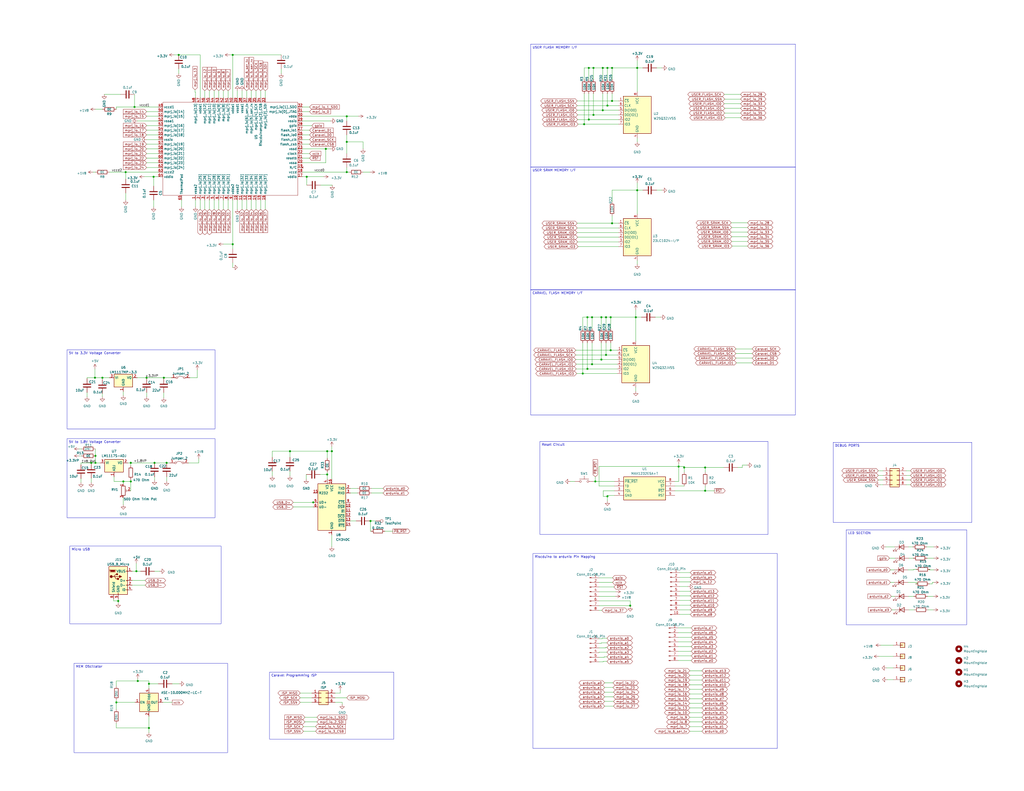
<source format=kicad_sch>
(kicad_sch (version 20230121) (generator eeschema)
  (paper "C")
  (title_block (date "2023-07-21") (rev "1.0.2"))
  (junction (at 347.726 37.084))
  (junction (at 81.28 373.38))
  (junction (at 71.374 262.89))
  (junction (at 178.562 259.08))
  (junction (at 334.01 55.118))
  (junction (at 328.93 37.084))
  (junction (at 80.01 206.248))
  (junction (at 67.31 262.89))
  (junction (at 321.31 37.084))
  (junction (at 323.088 173.228))
  (junction (at 189.23 93.98))
  (junction (at 323.85 37.084))
  (junction (at 331.47 57.658))
  (junction (at 84.328 252.73))
  (junction (at 384.81 267.97))
  (junction (at 68.58 93.98))
  (junction (at 323.85 62.738))
  (junction (at 75.184 371.856))
  (junction (at 320.548 201.422))
  (junction (at 189.23 77.47))
  (junction (at 334.01 121.92))
  (junction (at 330.708 193.802))
  (junction (at 73.406 58.42))
  (junction (at 331.47 37.084))
  (junction (at 331.47 271.018))
  (junction (at 127 133.35))
  (junction (at 323.088 198.882))
  (junction (at 370.332 254.762))
  (junction (at 97.536 29.972))
  (junction (at 71.374 252.73))
  (junction (at 343.916 330.708))
  (junction (at 318.77 67.818))
  (junction (at 74.422 311.912))
  (junction (at 89.408 206.248))
  (junction (at 333.248 173.228))
  (junction (at 63.5 383.54))
  (junction (at 189.23 63.5))
  (junction (at 52.07 252.73))
  (junction (at 333.248 191.262))
  (junction (at 202.184 284.48))
  (junction (at 83.82 96.52))
  (junction (at 177.8 81.28))
  (junction (at 318.008 203.962))
  (junction (at 328.93 60.198))
  (junction (at 170.942 274.32))
  (junction (at 328.168 196.342))
  (junction (at 330.708 173.228))
  (junction (at 181.102 246.38))
  (junction (at 49.784 252.73))
  (junction (at 90.932 252.73))
  (junction (at 167.386 96.52))
  (junction (at 334.01 37.084))
  (junction (at 328.168 173.228))
  (junction (at 158.242 246.38))
  (junction (at 81.28 397.51))
  (junction (at 324.866 262.89))
  (junction (at 64.516 328.168))
  (junction (at 347.726 103.886))
  (junction (at 127 29.972))
  (junction (at 51.816 206.248))
  (junction (at 384.81 255.27))
  (junction (at 178.562 246.38))
  (junction (at 52.07 248.92))
  (junction (at 321.31 65.278))
  (junction (at 346.964 173.228))
  (junction (at 320.548 173.228))
  (junction (at 55.88 206.248))
  (junction (at 373.38 255.27))
  (wire (pts (xy 334.01 55.118) (xy 337.566 55.118)))
  (wire (pts (xy 44.196 261.366) (xy 44.196 263.398)))
  (wire (pts (xy 106.426 50.292) (xy 106.426 49.022)))
  (wire (pts (xy 343.916 330.708) (xy 343.916 328.168)))
  (wire (pts (xy 181.102 292.1) (xy 181.102 298.45)))
  (wire (pts (xy 376.428 381.508) (xy 383.032 381.508)))
  (wire (pts (xy 47.498 206.248) (xy 51.816 206.248)))
  (wire (pts (xy 330.708 173.228) (xy 333.248 173.228)))
  (wire (pts (xy 144.78 49.53) (xy 144.78 53.34)))
  (wire (pts (xy 500.38 318.008) (xy 495.554 318.008)))
  (wire (pts (xy 80.01 76.2) (xy 86.36 76.2)))
  (wire (pts (xy 376.428 386.588) (xy 383.032 386.588)))
  (wire (pts (xy 97.536 29.972) (xy 94.996 29.972)))
  (wire (pts (xy 44.196 252.73) (xy 49.784 252.73)))
  (wire (pts (xy 71.374 252.73) (xy 71.374 254.254)))
  (wire (pts (xy 370.078 345.44) (xy 377.19 345.44)))
  (wire (pts (xy 89.408 214.376) (xy 89.408 217.17)))
  (wire (pts (xy 178.562 246.38) (xy 181.102 246.38)))
  (wire (pts (xy 328.93 37.084) (xy 331.47 37.084)))
  (wire (pts (xy 370.078 358.14) (xy 377.19 358.14)))
  (wire (pts (xy 508.762 318.77) (xy 508.762 318.008)))
  (wire (pts (xy 329.184 361.188) (xy 331.216 361.188)))
  (wire (pts (xy 81.28 391.16) (xy 81.28 397.51)))
  (wire (pts (xy 494.538 264.668) (xy 496.824 264.668)))
  (wire (pts (xy 335.28 265.43) (xy 326.898 265.43)))
  (wire (pts (xy 331.216 351.028) (xy 328.168 351.028)))
  (wire (pts (xy 74.93 66.04) (xy 86.36 66.04)))
  (wire (pts (xy 167.132 259.08) (xy 167.132 261.62)))
  (wire (pts (xy 330.708 193.802) (xy 336.804 193.802)))
  (wire (pts (xy 370.078 353.06) (xy 377.444 353.06)))
  (wire (pts (xy 109.22 53.34) (xy 109.22 29.972)))
  (wire (pts (xy 326.898 348.742) (xy 328.676 348.742)))
  (wire (pts (xy 97.536 40.132) (xy 97.536 37.592)))
  (wire (pts (xy 324.866 260.35) (xy 324.866 262.89)))
  (wire (pts (xy 479.298 259.588) (xy 481.838 259.588)))
  (wire (pts (xy 498.602 310.896) (xy 498.602 311.15)))
  (wire (pts (xy 81.28 397.51) (xy 81.28 400.05)))
  (wire (pts (xy 331.47 57.658) (xy 337.566 57.658)))
  (wire (pts (xy 114.3 109.22) (xy 114.3 114.3)))
  (wire (pts (xy 496.062 332.994) (xy 498.856 332.994)))
  (wire (pts (xy 80.01 71.12) (xy 86.36 71.12)))
  (wire (pts (xy 500.38 318.77) (xy 500.38 318.008)))
  (wire (pts (xy 61.976 328.168) (xy 64.516 328.168)))
  (wire (pts (xy 116.84 109.22) (xy 116.84 114.3)))
  (wire (pts (xy 181.102 243.84) (xy 181.102 246.38)))
  (wire (pts (xy 198.12 81.28) (xy 198.12 77.47)))
  (wire (pts (xy 165.1 58.42) (xy 168.91 58.42)))
  (wire (pts (xy 83.82 109.22) (xy 83.82 113.03)))
  (wire (pts (xy 347.726 103.886) (xy 350.774 103.886)))
  (wire (pts (xy 373.38 255.27) (xy 373.38 254.762)))
  (wire (pts (xy 370.84 320.294) (xy 375.412 320.294)))
  (wire (pts (xy 64.516 328.168) (xy 64.516 329.184)))
  (wire (pts (xy 314.452 198.882) (xy 323.088 198.882)))
  (wire (pts (xy 333.248 187.198) (xy 333.248 191.262)))
  (wire (pts (xy 401.828 198.12) (xy 410.464 198.12)))
  (wire (pts (xy 329.184 361.442) (xy 329.184 361.188)))
  (wire (pts (xy 63.5 397.51) (xy 63.5 394.97)))
  (wire (pts (xy 328.676 348.488) (xy 331.216 348.488)))
  (wire (pts (xy 331.47 270.51) (xy 331.47 271.018)))
  (wire (pts (xy 507.492 310.896) (xy 506.984 310.896)))
  (wire (pts (xy 321.31 43.434) (xy 321.31 37.084)))
  (wire (pts (xy 395.478 61.722) (xy 404.114 61.722)))
  (wire (pts (xy 373.38 255.27) (xy 384.81 255.27)))
  (wire (pts (xy 63.5 59.69) (xy 63.5 58.42)))
  (wire (pts (xy 81.28 397.51) (xy 63.5 397.51)))
  (wire (pts (xy 326.898 330.708) (xy 343.916 330.708)))
  (wire (pts (xy 51.816 206.248) (xy 55.88 206.248)))
  (wire (pts (xy 182.88 383.54) (xy 186.69 383.54)))
  (wire (pts (xy 376.428 373.888) (xy 383.032 373.888)))
  (wire (pts (xy 384.81 255.27) (xy 384.81 257.81)))
  (wire (pts (xy 376.428 399.288) (xy 383.032 399.288)))
  (wire (pts (xy 320.548 201.422) (xy 336.804 201.422)))
  (wire (pts (xy 129.54 109.22) (xy 129.54 114.3)))
  (wire (pts (xy 47.498 214.376) (xy 47.498 216.662)))
  (wire (pts (xy 68.58 93.98) (xy 68.58 97.79)))
  (wire (pts (xy 62.23 262.89) (xy 67.31 262.89)))
  (wire (pts (xy 97.79 373.38) (xy 93.98 373.38)))
  (wire (pts (xy 165.1 88.9) (xy 177.8 88.9)))
  (wire (pts (xy 399.034 121.666) (xy 407.924 121.666)))
  (wire (pts (xy 71.374 262.89) (xy 71.374 267.97)))
  (wire (pts (xy 80.01 63.5) (xy 86.36 63.5)))
  (wire (pts (xy 483.87 364.744) (xy 487.426 364.744)))
  (wire (pts (xy 148.59 257.302) (xy 148.59 259.842)))
  (wire (pts (xy 399.288 129.286) (xy 407.924 129.286)))
  (wire (pts (xy 43.18 245.11) (xy 44.45 245.11)))
  (wire (pts (xy 399.288 124.206) (xy 407.924 124.206)))
  (wire (pts (xy 165.608 396.748) (xy 172.212 396.748)))
  (wire (pts (xy 405.13 255.27) (xy 405.13 254)))
  (wire (pts (xy 165.1 76.2) (xy 168.91 76.2)))
  (wire (pts (xy 395.224 56.642) (xy 404.114 56.642)))
  (wire (pts (xy 315.214 62.738) (xy 323.85 62.738)))
  (wire (pts (xy 395.478 59.182) (xy 404.114 59.182)))
  (wire (pts (xy 370.078 342.9) (xy 377.19 342.9)))
  (wire (pts (xy 202.184 284.48) (xy 202.184 290.068)))
  (wire (pts (xy 99.06 109.22) (xy 99.06 113.03)))
  (wire (pts (xy 370.84 315.214) (xy 376.682 315.214)))
  (wire (pts (xy 329.692 358.648) (xy 331.216 358.648)))
  (wire (pts (xy 480.568 352.298) (xy 487.426 352.298)))
  (wire (pts (xy 182.88 378.46) (xy 185.674 378.46)))
  (wire (pts (xy 64.516 327.152) (xy 64.516 328.168)))
  (wire (pts (xy 84.328 252.73) (xy 90.932 252.73)))
  (wire (pts (xy 347.726 75.438) (xy 347.726 77.47)))
  (wire (pts (xy 51.816 201.422) (xy 51.816 206.248)))
  (wire (pts (xy 315.214 132.08) (xy 337.566 132.08)))
  (wire (pts (xy 323.088 187.198) (xy 323.088 198.882)))
  (wire (pts (xy 106.68 50.292) (xy 106.68 53.34)))
  (wire (pts (xy 328.168 179.578) (xy 328.168 173.228)))
  (wire (pts (xy 334.01 103.886) (xy 334.01 110.236)))
  (wire (pts (xy 486.41 325.628) (xy 488.188 325.628)))
  (wire (pts (xy 49.784 252.73) (xy 52.07 252.73)))
  (wire (pts (xy 165.1 83.82) (xy 168.91 83.82)))
  (wire (pts (xy 71.374 261.874) (xy 71.374 262.89)))
  (wire (pts (xy 324.866 262.89) (xy 335.28 262.89)))
  (wire (pts (xy 331.47 273.558) (xy 331.47 271.018)))
  (wire (pts (xy 181.356 101.092) (xy 175.006 101.092)))
  (wire (pts (xy 346.964 169.164) (xy 346.964 173.228)))
  (wire (pts (xy 328.168 351.282) (xy 326.898 351.282)))
  (wire (pts (xy 202.184 284.48) (xy 204.978 284.48)))
  (wire (pts (xy 323.85 37.084) (xy 323.85 43.434)))
  (wire (pts (xy 71.374 267.97) (xy 71.12 267.97)))
  (wire (pts (xy 127 29.972) (xy 153.416 29.972)))
  (wire (pts (xy 129.54 49.53) (xy 129.54 53.34)))
  (wire (pts (xy 189.23 77.47) (xy 189.23 83.82)))
  (wire (pts (xy 165.1 63.5) (xy 189.23 63.5)))
  (wire (pts (xy 318.008 203.962) (xy 336.804 203.962)))
  (wire (pts (xy 163.83 383.54) (xy 170.18 383.54)))
  (wire (pts (xy 314.96 57.658) (xy 331.47 57.658)))
  (wire (pts (xy 67.31 213.868) (xy 67.31 215.9)))
  (wire (pts (xy 167.386 96.52) (xy 165.1 96.52)))
  (wire (pts (xy 318.008 187.198) (xy 318.008 203.962)))
  (wire (pts (xy 331.47 270.51) (xy 335.28 270.51)))
  (wire (pts (xy 314.198 193.802) (xy 330.708 193.802)))
  (wire (pts (xy 127 143.51) (xy 127 146.05)))
  (wire (pts (xy 160.02 274.32) (xy 170.942 274.32)))
  (wire (pts (xy 139.7 49.53) (xy 139.7 53.34)))
  (wire (pts (xy 59.69 93.98) (xy 68.58 93.98)))
  (wire (pts (xy 370.332 262.89) (xy 368.3 262.89)))
  (wire (pts (xy 486.664 332.994) (xy 488.442 332.994)))
  (wire (pts (xy 395.732 64.262) (xy 404.114 64.262)))
  (wire (pts (xy 67.31 262.89) (xy 67.31 264.16)))
  (wire (pts (xy 318.77 37.084) (xy 321.31 37.084)))
  (wire (pts (xy 185.674 378.46) (xy 185.674 376.936)))
  (wire (pts (xy 329.946 377.952) (xy 334.772 377.952)))
  (wire (pts (xy 328.168 173.228) (xy 330.708 173.228)))
  (wire (pts (xy 191.262 284.48) (xy 194.31 284.48)))
  (wire (pts (xy 500.38 318.77) (xy 499.618 318.77)))
  (wire (pts (xy 84.328 311.912) (xy 87.122 311.912)))
  (wire (pts (xy 181.102 246.38) (xy 181.102 261.62)))
  (wire (pts (xy 202.184 290.068) (xy 202.438 290.068)))
  (wire (pts (xy 174.752 259.08) (xy 178.562 259.08)))
  (wire (pts (xy 368.3 267.97) (xy 384.81 267.97)))
  (wire (pts (xy 81.28 371.856) (xy 81.28 373.38)))
  (wire (pts (xy 507.238 318.77) (xy 508.762 318.77)))
  (wire (pts (xy 401.574 190.5) (xy 410.464 190.5)))
  (wire (pts (xy 72.136 316.992) (xy 79.248 316.992)))
  (wire (pts (xy 506.476 332.994) (xy 509.27 332.994)))
  (wire (pts (xy 328.168 196.342) (xy 336.804 196.342)))
  (wire (pts (xy 210.058 290.068) (xy 214.376 290.068)))
  (wire (pts (xy 330.454 353.568) (xy 331.216 353.568)))
  (wire (pts (xy 191.262 269.24) (xy 195.072 269.24)))
  (wire (pts (xy 189.23 73.66) (xy 189.23 77.47)))
  (wire (pts (xy 132.08 49.53) (xy 132.08 53.34)))
  (wire (pts (xy 167.386 96.52) (xy 167.386 101.092)))
  (wire (pts (xy 55.88 206.248) (xy 59.69 206.248)))
  (wire (pts (xy 198.12 77.47) (xy 189.23 77.47)))
  (wire (pts (xy 318.008 173.228) (xy 318.008 179.578)))
  (wire (pts (xy 63.5 383.54) (xy 73.66 383.54)))
  (wire (pts (xy 370.84 325.374) (xy 376.682 325.374)))
  (wire (pts (xy 178.562 246.38) (xy 178.562 250.19)))
  (wire (pts (xy 182.88 381) (xy 189.23 381)))
  (wire (pts (xy 498.602 310.896) (xy 499.872 310.896)))
  (wire (pts (xy 314.96 121.92) (xy 334.01 121.92)))
  (wire (pts (xy 376.428 396.748) (xy 383.032 396.748)))
  (wire (pts (xy 323.85 62.738) (xy 337.566 62.738)))
  (wire (pts (xy 134.62 109.22) (xy 134.62 114.3)))
  (wire (pts (xy 320.548 173.228) (xy 323.088 173.228)))
  (wire (pts (xy 328.93 60.198) (xy 337.566 60.198)))
  (wire (pts (xy 331.47 37.084) (xy 334.01 37.084)))
  (wire (pts (xy 160.02 276.86) (xy 170.942 276.86)))
  (wire (pts (xy 170.942 274.32) (xy 171.45 274.32)))
  (wire (pts (xy 80.01 88.9) (xy 86.36 88.9)))
  (wire (pts (xy 109.22 109.22) (xy 109.22 114.3)))
  (wire (pts (xy 331.47 51.054) (xy 331.47 57.658)))
  (wire (pts (xy 494.538 259.588) (xy 496.824 259.588)))
  (wire (pts (xy 370.84 317.754) (xy 376.682 317.754)))
  (wire (pts (xy 326.898 315.468) (xy 334.264 315.468)))
  (wire (pts (xy 314.198 191.262) (xy 333.248 191.262)))
  (wire (pts (xy 62.23 260.35) (xy 62.23 262.89)))
  (wire (pts (xy 405.13 255.27) (xy 402.59 255.27)))
  (wire (pts (xy 201.93 284.48) (xy 202.184 284.48)))
  (wire (pts (xy 329.946 372.872) (xy 334.518 372.872)))
  (wire (pts (xy 52.07 59.69) (xy 55.88 59.69)))
  (wire (pts (xy 311.15 262.89) (xy 313.69 262.89)))
  (wire (pts (xy 84.328 260.35) (xy 84.328 262.128)))
  (wire (pts (xy 479.298 257.048) (xy 481.838 257.048)))
  (wire (pts (xy 318.008 173.228) (xy 320.548 173.228)))
  (wire (pts (xy 357.632 173.228) (xy 360.426 173.228)))
  (wire (pts (xy 329.946 383.032) (xy 334.772 383.032)))
  (wire (pts (xy 127 133.35) (xy 127 135.89)))
  (wire (pts (xy 80.01 78.74) (xy 86.36 78.74)))
  (wire (pts (xy 72.136 319.532) (xy 79.248 319.532)))
  (wire (pts (xy 506.984 310.896) (xy 506.984 311.15)))
  (wire (pts (xy 334.01 103.886) (xy 347.726 103.886)))
  (wire (pts (xy 186.69 383.54) (xy 186.69 384.556)))
  (wire (pts (xy 158.242 257.302) (xy 158.242 259.842)))
  (wire (pts (xy 484.124 371.094) (xy 487.426 371.094)))
  (wire (pts (xy 395.224 51.562) (xy 404.114 51.562)))
  (wire (pts (xy 329.946 380.492) (xy 334.772 380.492)))
  (wire (pts (xy 508.762 318.008) (xy 509.524 318.008)))
  (wire (pts (xy 189.23 93.98) (xy 190.5 93.98)))
  (wire (pts (xy 315.468 134.62) (xy 337.566 134.62)))
  (wire (pts (xy 107.696 206.248) (xy 103.632 206.248)))
  (wire (pts (xy 166.37 394.208) (xy 172.974 394.208)))
  (wire (pts (xy 320.548 179.578) (xy 320.548 173.228)))
  (wire (pts (xy 328.93 51.054) (xy 328.93 60.198)))
  (wire (pts (xy 323.85 262.89) (xy 324.866 262.89)))
  (wire (pts (xy 165.1 93.98) (xy 189.23 93.98)))
  (wire (pts (xy 68.58 93.98) (xy 86.36 93.98)))
  (wire (pts (xy 370.84 327.914) (xy 376.682 327.914)))
  (wire (pts (xy 116.84 49.53) (xy 116.84 53.34)))
  (wire (pts (xy 358.394 37.084) (xy 361.188 37.084)))
  (wire (pts (xy 166.37 391.668) (xy 172.974 391.668)))
  (wire (pts (xy 323.088 198.882) (xy 336.804 198.882)))
  (wire (pts (xy 124.46 49.53) (xy 124.46 53.34)))
  (wire (pts (xy 72.136 311.912) (xy 74.422 311.912)))
  (wire (pts (xy 346.964 211.582) (xy 346.964 213.614)))
  (wire (pts (xy 326.898 333.248) (xy 328.422 333.248)))
  (wire (pts (xy 89.408 206.248) (xy 93.472 206.248)))
  (wire (pts (xy 114.3 49.53) (xy 114.3 53.34)))
  (wire (pts (xy 347.726 142.24) (xy 347.726 144.272)))
  (wire (pts (xy 315.214 65.278) (xy 321.31 65.278)))
  (wire (pts (xy 333.248 173.228) (xy 346.964 173.228)))
  (wire (pts (xy 106.68 109.22) (xy 106.68 113.03)))
  (wire (pts (xy 506.984 311.15) (xy 509.524 311.15)))
  (wire (pts (xy 81.28 373.38) (xy 81.28 375.92)))
  (wire (pts (xy 329.692 358.902) (xy 329.692 358.648)))
  (wire (pts (xy 323.85 37.084) (xy 328.93 37.084)))
  (wire (pts (xy 329.184 267.97) (xy 329.184 271.018)))
  (wire (pts (xy 347.726 33.02) (xy 347.726 37.084)))
  (wire (pts (xy 333.248 173.228) (xy 333.248 179.578)))
  (wire (pts (xy 334.01 117.856) (xy 334.01 121.92)))
  (wire (pts (xy 368.3 265.43) (xy 373.38 265.43)))
  (wire (pts (xy 139.7 109.22) (xy 139.7 114.3)))
  (wire (pts (xy 331.216 356.108) (xy 326.898 356.108)))
  (wire (pts (xy 326.898 323.088) (xy 336.042 323.088)))
  (wire (pts (xy 165.1 71.12) (xy 168.91 71.12)))
  (wire (pts (xy 315.214 129.54) (xy 337.566 129.54)))
  (wire (pts (xy 56.896 51.562) (xy 65.786 51.562)))
  (wire (pts (xy 73.406 58.42) (xy 86.36 58.42)))
  (wire (pts (xy 376.428 394.208) (xy 383.032 394.208)))
  (wire (pts (xy 326.898 265.43) (xy 326.898 254.762)))
  (wire (pts (xy 485.902 311.15) (xy 487.934 311.15)))
  (wire (pts (xy 111.76 49.53) (xy 111.76 53.34)))
  (wire (pts (xy 323.088 173.228) (xy 323.088 179.578)))
  (wire (pts (xy 326.898 358.902) (xy 329.692 358.902)))
  (wire (pts (xy 314.198 196.342) (xy 328.168 196.342)))
  (wire (pts (xy 44.196 252.73) (xy 44.196 253.746)))
  (wire (pts (xy 165.1 68.58) (xy 170.18 68.58)))
  (wire (pts (xy 80.01 91.44) (xy 86.36 91.44)))
  (wire (pts (xy 148.59 249.682) (xy 148.59 246.38)))
  (wire (pts (xy 165.1 86.36) (xy 168.91 86.36)))
  (wire (pts (xy 318.77 37.084) (xy 318.77 43.434)))
  (wire (pts (xy 90.932 252.73) (xy 92.71 252.73)))
  (wire (pts (xy 80.01 214.376) (xy 80.01 216.662)))
  (wire (pts (xy 376.428 384.048) (xy 383.032 384.048)))
  (wire (pts (xy 399.542 134.366) (xy 407.924 134.366)))
  (wire (pts (xy 321.31 37.084) (xy 323.85 37.084)))
  (wire (pts (xy 320.548 187.198) (xy 320.548 201.422)))
  (wire (pts (xy 158.242 246.38) (xy 178.562 246.38)))
  (wire (pts (xy 496.062 304.8) (xy 498.348 304.8)))
  (wire (pts (xy 376.428 389.128) (xy 383.032 389.128)))
  (wire (pts (xy 55.88 214.884) (xy 55.88 216.662)))
  (wire (pts (xy 370.078 360.68) (xy 377.19 360.68)))
  (wire (pts (xy 63.5 371.856) (xy 75.184 371.856)))
  (wire (pts (xy 376.428 376.428) (xy 383.032 376.428)))
  (wire (pts (xy 370.078 355.6) (xy 377.19 355.6)))
  (wire (pts (xy 191.262 266.7) (xy 195.072 266.7)))
  (wire (pts (xy 399.034 126.746) (xy 407.924 126.746)))
  (wire (pts (xy 347.726 99.822) (xy 347.726 103.886)))
  (wire (pts (xy 165.1 66.04) (xy 180.34 66.04)))
  (wire (pts (xy 495.808 325.628) (xy 498.602 325.628)))
  (wire (pts (xy 347.726 37.084) (xy 350.774 37.084)))
  (wire (pts (xy 318.77 67.818) (xy 337.566 67.818)))
  (wire (pts (xy 498.602 311.15) (xy 495.554 311.15)))
  (wire (pts (xy 370.332 254.762) (xy 370.332 262.89)))
  (wire (pts (xy 107.696 201.93) (xy 107.696 206.248)))
  (wire (pts (xy 494.538 262.128) (xy 496.824 262.128)))
  (wire (pts (xy 479.552 358.394) (xy 487.426 358.394)))
  (wire (pts (xy 108.458 250.444) (xy 108.458 252.73)))
  (wire (pts (xy 142.24 49.53) (xy 142.24 53.34)))
  (wire (pts (xy 137.16 109.22) (xy 137.16 114.3)))
  (wire (pts (xy 384.81 267.97) (xy 389.89 267.97)))
  (wire (pts (xy 178.562 259.08) (xy 178.562 261.62)))
  (wire (pts (xy 80.01 86.36) (xy 86.36 86.36)))
  (wire (pts (xy 52.07 252.73) (xy 54.61 252.73)))
  (wire (pts (xy 119.38 109.22) (xy 119.38 114.3)))
  (wire (pts (xy 106.68 50.292) (xy 106.426 50.292)))
  (wire (pts (xy 323.088 173.228) (xy 328.168 173.228)))
  (wire (pts (xy 326.898 325.628) (xy 335.788 325.628)))
  (wire (pts (xy 328.93 43.434) (xy 328.93 37.084)))
  (wire (pts (xy 78.74 96.52) (xy 83.82 96.52)))
  (wire (pts (xy 125.476 29.972) (xy 127 29.972)))
  (wire (pts (xy 326.898 318.008) (xy 334.264 318.008)))
  (wire (pts (xy 347.726 116.84) (xy 347.726 103.886)))
  (wire (pts (xy 330.454 353.822) (xy 330.454 353.568)))
  (wire (pts (xy 165.608 399.288) (xy 172.212 399.288)))
  (wire (pts (xy 485.902 318.008) (xy 487.934 318.008)))
  (wire (pts (xy 127 109.22) (xy 127 133.35)))
  (wire (pts (xy 370.078 350.52) (xy 377.19 350.52)))
  (wire (pts (xy 321.31 65.278) (xy 337.566 65.278)))
  (wire (pts (xy 343.916 331.216) (xy 343.916 330.708)))
  (wire (pts (xy 314.96 60.198) (xy 328.93 60.198)))
  (wire (pts (xy 142.24 109.22) (xy 142.24 114.3)))
  (wire (pts (xy 485.394 304.8) (xy 488.442 304.8)))
  (wire (pts (xy 202.692 269.24) (xy 209.042 269.24)))
  (wire (pts (xy 323.85 51.054) (xy 323.85 62.738)))
  (wire (pts (xy 328.168 351.028) (xy 328.168 351.282)))
  (wire (pts (xy 80.01 73.66) (xy 86.36 73.66)))
  (wire (pts (xy 69.85 252.73) (xy 71.374 252.73)))
  (wire (pts (xy 52.07 248.92) (xy 52.07 252.73)))
  (wire (pts (xy 189.23 63.5) (xy 195.58 63.5)))
  (wire (pts (xy 121.92 49.53) (xy 121.92 53.34)))
  (wire (pts (xy 334.01 51.054) (xy 334.01 55.118)))
  (wire (pts (xy 505.714 298.704) (xy 509.524 298.704)))
  (wire (pts (xy 370.078 347.98) (xy 377.19 347.98)))
  (wire (pts (xy 177.8 88.9) (xy 177.8 81.28)))
  (wire (pts (xy 80.01 206.248) (xy 80.01 206.756)))
  (wire (pts (xy 83.82 96.52) (xy 86.36 96.52)))
  (wire (pts (xy 328.168 187.198) (xy 328.168 196.342)))
  (wire (pts (xy 111.76 109.22) (xy 111.76 114.3)))
  (wire (pts (xy 74.422 307.594) (xy 74.422 311.912)))
  (wire (pts (xy 163.83 381) (xy 170.18 381)))
  (wire (pts (xy 158.242 249.682) (xy 158.242 246.38)))
  (wire (pts (xy 90.932 260.35) (xy 90.932 262.636)))
  (wire (pts (xy 331.47 37.084) (xy 331.47 43.434)))
  (wire (pts (xy 479.298 262.128) (xy 481.838 262.128)))
  (wire (pts (xy 395.478 54.102) (xy 404.114 54.102)))
  (wire (pts (xy 376.428 378.968) (xy 383.032 378.968)))
  (wire (pts (xy 163.83 378.46) (xy 170.18 378.46)))
  (wire (pts (xy 67.31 271.78) (xy 67.31 275.59)))
  (wire (pts (xy 376.428 371.348) (xy 383.032 371.348)))
  (wire (pts (xy 63.5 58.42) (xy 73.406 58.42)))
  (wire (pts (xy 483.362 298.704) (xy 488.188 298.704)))
  (wire (pts (xy 370.84 312.674) (xy 376.682 312.674)))
  (wire (pts (xy 108.458 252.73) (xy 102.87 252.73)))
  (wire (pts (xy 326.898 328.168) (xy 343.916 328.168)))
  (wire (pts (xy 75.184 370.586) (xy 75.184 371.856)))
  (wire (pts (xy 148.59 246.38) (xy 158.242 246.38)))
  (wire (pts (xy 189.23 63.5) (xy 189.23 66.04)))
  (wire (pts (xy 347.726 50.038) (xy 347.726 37.084)))
  (wire (pts (xy 330.708 173.228) (xy 330.708 179.578)))
  (wire (pts (xy 370.84 322.834) (xy 376.682 322.834)))
  (wire (pts (xy 505.968 304.8) (xy 509.524 304.8)))
  (wire (pts (xy 376.428 391.668) (xy 383.032 391.668)))
  (wire (pts (xy 326.898 361.442) (xy 329.184 361.442)))
  (wire (pts (xy 80.01 81.28) (xy 86.36 81.28)))
  (wire (pts (xy 370.332 253.238) (xy 370.332 254.762)))
  (wire (pts (xy 314.96 55.118) (xy 334.01 55.118)))
  (wire (pts (xy 89.408 206.248) (xy 89.408 206.756)))
  (wire (pts (xy 373.38 257.81) (xy 373.38 255.27)))
  (wire (pts (xy 346.964 173.228) (xy 350.012 173.228)))
  (wire (pts (xy 134.62 49.53) (xy 134.62 53.34)))
  (wire (pts (xy 334.01 121.92) (xy 337.566 121.92)))
  (wire (pts (xy 401.574 193.04) (xy 410.464 193.04)))
  (wire (pts (xy 370.84 330.454) (xy 376.682 330.454)))
  (wire (pts (xy 88.9 383.54) (xy 93.98 383.54)))
  (wire (pts (xy 326.898 320.548) (xy 335.026 320.548)))
  (wire (pts (xy 314.96 124.46) (xy 337.566 124.46)))
  (wire (pts (xy 376.428 366.268) (xy 383.032 366.268)))
  (wire (pts (xy 202.692 266.7) (xy 209.042 266.7)))
  (wire (pts (xy 47.498 206.756) (xy 47.498 206.248)))
  (wire (pts (xy 81.28 373.38) (xy 86.36 373.38)))
  (wire (pts (xy 494.538 257.048) (xy 496.824 257.048)))
  (wire (pts (xy 178.562 257.81) (xy 178.562 259.08)))
  (wire (pts (xy 52.07 245.11) (xy 52.07 248.92)))
  (wire (pts (xy 333.248 191.262) (xy 336.804 191.262)))
  (wire (pts (xy 384.81 265.43) (xy 384.81 267.97)))
  (wire (pts (xy 50.8 93.98) (xy 52.07 93.98)))
  (wire (pts (xy 132.08 109.22) (xy 132.08 114.3)))
  (wire (pts (xy 330.708 187.198) (xy 330.708 193.802)))
  (wire (pts (xy 127 133.35) (xy 121.92 133.35)))
  (wire (pts (xy 63.5 383.54) (xy 63.5 387.35)))
  (wire (pts (xy 67.31 262.89) (xy 71.374 262.89)))
  (wire (pts (xy 321.31 51.054) (xy 321.31 65.278)))
  (wire (pts (xy 376.428 368.808) (xy 383.032 368.808)))
  (wire (pts (xy 335.28 267.97) (xy 329.184 267.97)))
  (wire (pts (xy 137.16 49.53) (xy 137.16 53.34)))
  (wire (pts (xy 144.78 109.22) (xy 144.78 114.3)))
  (wire (pts (xy 384.81 255.27) (xy 394.97 255.27)))
  (wire (pts (xy 80.01 83.82) (xy 86.36 83.82)))
  (wire (pts (xy 326.898 356.108) (xy 326.898 356.362)))
  (wire (pts (xy 373.38 254.762) (xy 370.332 254.762)))
  (wire (pts (xy 124.46 109.22) (xy 124.46 114.3)))
  (wire (pts (xy 74.422 311.912) (xy 76.708 311.912)))
  (wire (pts (xy 314.452 201.422) (xy 320.548 201.422)))
  (wire (pts (xy 75.184 371.856) (xy 81.28 371.856)))
  (wire (pts (xy 326.898 353.822) (xy 330.454 353.822)))
  (wire (pts (xy 328.676 348.742) (xy 328.676 348.488)))
  (wire (pts (xy 74.93 206.248) (xy 80.01 206.248)))
  (wire (pts (xy 399.288 131.826) (xy 407.924 131.826)))
  (wire (pts (xy 326.898 254.762) (xy 370.332 254.762)))
  (wire (pts (xy 165.1 78.74) (xy 168.91 78.74)))
  (wire (pts (xy 198.12 93.98) (xy 201.93 93.98)))
  (wire (pts (xy 334.01 37.084) (xy 334.01 43.434)))
  (wire (pts (xy 153.416 40.132) (xy 153.416 37.592)))
  (wire (pts (xy 127 29.972) (xy 127 53.34)))
  (wire (pts (xy 63.5 371.856) (xy 63.5 374.65)))
  (wire (pts (xy 370.84 332.994) (xy 376.682 332.994)))
  (wire (pts (xy 370.84 335.534) (xy 376.682 335.534)))
  (wire (pts (xy 165.1 60.96) (xy 168.91 60.96)))
  (wire (pts (xy 405.13 254) (xy 407.67 254)))
  (wire (pts (xy 165.1 73.66) (xy 168.91 73.66)))
  (wire (pts (xy 318.77 51.054) (xy 318.77 67.818)))
  (wire (pts (xy 480.314 264.668) (xy 481.838 264.668)))
  (wire (pts (xy 73.406 51.562) (xy 73.406 58.42)))
  (wire (pts (xy 83.82 96.52) (xy 83.82 101.6)))
  (wire (pts (xy 315.468 67.818) (xy 318.77 67.818)))
  (wire (pts (xy 329.946 385.572) (xy 334.772 385.572)))
  (wire (pts (xy 80.01 206.248) (xy 89.408 206.248)))
  (wire (pts (xy 334.01 37.084) (xy 347.726 37.084)))
  (wire (pts (xy 167.386 96.52) (xy 176.53 96.52)))
  (wire (pts (xy 63.5 382.27) (xy 63.5 383.54)))
  (wire (pts (xy 314.706 203.962) (xy 318.008 203.962)))
  (wire (pts (xy 329.946 375.412) (xy 334.518 375.412)))
  (wire (pts (xy 61.976 327.152) (xy 61.976 328.168)))
  (wire (pts (xy 314.96 127) (xy 337.566 127)))
  (wire (pts (xy 495.808 298.704) (xy 498.094 298.704)))
  (wire (pts (xy 49.784 261.112) (xy 49.784 263.398)))
  (wire (pts (xy 43.18 248.92) (xy 44.45 248.92)))
  (wire (pts (xy 346.964 186.182) (xy 346.964 173.228)))
  (wire (pts (xy 506.222 325.628) (xy 509.27 325.628)))
  (wire (pts (xy 401.574 195.58) (xy 410.464 195.58)))
  (wire (pts (xy 119.38 49.53) (xy 119.38 53.34)))
  (wire (pts (xy 71.374 252.73) (xy 84.328 252.73)))
  (wire (pts (xy 109.22 29.972) (xy 97.536 29.972)))
  (wire (pts (xy 329.184 271.018) (xy 331.47 271.018)))
  (wire (pts (xy 49.784 253.492) (xy 49.784 252.73)))
  (wire (pts (xy 80.01 68.58) (xy 86.36 68.58)))
  (wire (pts (xy 189.23 91.44) (xy 189.23 93.98)))
  (wire (pts (xy 68.58 105.41) (xy 68.58 109.22)))
  (wire (pts (xy 80.01 60.96) (xy 86.36 60.96)))
  (wire (pts (xy 121.92 109.22) (xy 121.92 114.3)))
  (wire (pts (xy 165.1 81.28) (xy 177.8 81.28)))
  (wire (pts (xy 177.8 81.28) (xy 180.34 81.28)))
  (wire (pts (xy 55.88 207.264) (xy 55.88 206.248)))
  (wire (pts (xy 358.394 103.886) (xy 361.188 103.886)))
  (text_box "MEM OScillator" (at 40.386 362.204 0) (size 83.82 48.768) (effects (font (size 1.27 1.27)) (justify left top)))
  (text_box "5V to 3.3V Voltage Converter" (at 36.576 191.008 0) (size 80.772 43.18) (effects (font (size 1.27 1.27)) (justify left top)))
  (text_box "LED SECTION" (at 461.772 289.306 0) (size 65.786 51.816) (effects (font (size 1.27 1.27)) (justify left top)))
  (text_box "Riscduino to ardunio Pin Mapping" (at 290.83 302.26 0) (size 133.35 106.426) (effects (font (size 1.27 1.27)) (justify left top)))
  (text_box "Micro USB" (at 38.1 298.196 0) (size 82.55 42.418) (effects (font (size 1.27 1.27)) (justify left top)))
  (text_box "USER SRAM MEMORY I/F" (at 289.56 91.186 0) (size 144.526 67.056) (effects (font (size 1.27 1.27)) (justify left top)))
  (text_box "DEBUG PORTS" (at 454.66 241.554 0) (size 75.692 43.688) (effects (font (size 1.27 1.27)) (justify left top)))
  (text_box "Caravel Programming ISP" (at 147.066 367.03 0) (size 67.818 36.576) (effects (font (size 1.27 1.27)) (justify left top)))
  (text_box "USER FLASH MEMORY I/F" (at 289.56 24.13 0) (size 144.526 67.056) (effects (font (size 1.27 1.27)) (justify left top)))
  (text_box "5V to 1.8V Voltage Converter" (at 36.576 239.522 0) (size 80.772 43.18) (effects (font (size 1.27 1.27)) (justify left top)))
  (text_box "Reset Circuit" (at 294.64 241.046 0) (size 124.46 50.8) (effects (font (size 1.27 1.27)) (justify left top)))
  (text_box "CARAVEL FLASH MEMORY I/F" (at 289.56 158.242 0) (size 144.526 68.326) (effects (font (size 1.27 1.27)) (justify left top)))
  (label "vccd0" (at 171.45 93.98 0))
  (label "1V8_Ref" (at 44.45 252.984 0))
  (label "vccd1" (at 75.946 58.42 0))
  (label "+1.8VP" (at 72.898 252.73 0))
  (label "vccd2" (at 60.96 93.98 0))
  (label "+3.3VP" (at 79.248 206.248 0))
  (global_label "USER_FLASH_SCK" (shape bidirectional) (at 395.224 51.562 180) (property "Intersheetrefs" "${INTERSHEET_REFS}" (effects hide)))
  (global_label "ardunio_d1" (shape input) (at 485.902 318.008 180) (property "Intersheetrefs" "${INTERSHEET_REFS}" (effects hide)))
  (global_label "mprj_io_12" (shape input) (at 111.76 49.53 90) (property "Intersheetrefs" "${INTERSHEET_REFS}" (effects hide)))
  (global_label "ardunio_a1" (shape bidirectional) (at 331.216 351.028 0) (property "Intersheetrefs" "${INTERSHEET_REFS}" (effects hide)))
  (global_label "USER_FLASH_SSN" (shape bidirectional) (at 314.96 55.118 180) (property "Intersheetrefs" "${INTERSHEET_REFS}" (effects hide)))
  (global_label "mprj_io_25" (shape bidirectional) (at 109.22 114.3 270) (property "Intersheetrefs" "${INTERSHEET_REFS}" (effects hide)))
  (global_label "ardunio_d6" (shape bidirectional) (at 383.032 384.048 0) (property "Intersheetrefs" "${INTERSHEET_REFS}" (effects hide)))
  (global_label "mprj_io_24" (shape bidirectional) (at 334.772 377.952 0) (property "Intersheetrefs" "${INTERSHEET_REFS}" (effects hide)))
  (global_label "ISP_MISO" (shape bidirectional) (at 163.83 378.46 180) (property "Intersheetrefs" "${INTERSHEET_REFS}" (effects hide)))
  (global_label "ardunio_d7" (shape bidirectional) (at 377.19 342.9 0) (property "Intersheetrefs" "${INTERSHEET_REFS}" (effects hide)))
  (global_label "ardunio_d1" (shape bidirectional) (at 383.032 396.748 0) (property "Intersheetrefs" "${INTERSHEET_REFS}" (effects hide)))
  (global_label "ardunio_a3" (shape bidirectional) (at 331.216 356.108 0) (property "Intersheetrefs" "${INTERSHEET_REFS}" (effects hide)))
  (global_label "USER_FLASH_SCK" (shape bidirectional) (at 479.298 257.048 180) (property "Intersheetrefs" "${INTERSHEET_REFS}" (effects hide)))
  (global_label "mprj_io_28" (shape input) (at 116.84 114.3 270) (property "Intersheetrefs" "${INTERSHEET_REFS}" (effects hide)))
  (global_label "mprj_io_31" (shape input) (at 124.46 114.3 270) (property "Intersheetrefs" "${INTERSHEET_REFS}" (effects hide)))
  (global_label "mprj_io_15" (shape input) (at 80.01 63.5 180) (property "Intersheetrefs" "${INTERSHEET_REFS}" (effects hide)))
  (global_label "mprj_io_16" (shape bidirectional) (at 376.428 378.968 180) (property "Intersheetrefs" "${INTERSHEET_REFS}" (effects hide)))
  (global_label "ardunio_a1" (shape bidirectional) (at 329.946 375.412 180) (property "Intersheetrefs" "${INTERSHEET_REFS}" (effects hide)))
  (global_label "USB_D-" (shape bidirectional) (at 79.248 319.532 0) (property "Intersheetrefs" "${INTERSHEET_REFS}" (effects hide)))
  (global_label "ardunio_d5" (shape bidirectional) (at 377.19 347.98 0) (property "Intersheetrefs" "${INTERSHEET_REFS}" (effects hide)))
  (global_label "mprj_io_22" (shape bidirectional) (at 334.518 372.872 0) (property "Intersheetrefs" "${INTERSHEET_REFS}" (effects hide)))
  (global_label "ISP_SCK" (shape bidirectional) (at 163.83 381 180) (property "Intersheetrefs" "${INTERSHEET_REFS}" (effects hide)))
  (global_label "ardunio_d1" (shape bidirectional) (at 209.042 269.24 0) (property "Intersheetrefs" "${INTERSHEET_REFS}" (effects hide)))
  (global_label "USER_FLASH_SSN" (shape bidirectional) (at 395.478 54.102 180) (property "Intersheetrefs" "${INTERSHEET_REFS}" (effects hide)))
  (global_label "ardunio_a3" (shape bidirectional) (at 329.946 380.492 180) (property "Intersheetrefs" "${INTERSHEET_REFS}" (effects hide)))
  (global_label "mprj_io_6_ser_tx" (shape bidirectional) (at 376.428 399.288 180) (property "Intersheetrefs" "${INTERSHEET_REFS}" (effects hide)))
  (global_label "mprj_io_7" (shape bidirectional) (at 376.428 396.748 180) (property "Intersheetrefs" "${INTERSHEET_REFS}" (effects hide)))
  (global_label "mprj_io_28" (shape bidirectional) (at 404.114 51.562 0) (property "Intersheetrefs" "${INTERSHEET_REFS}" (effects hide)))
  (global_label "mprj_io_7" (shape input) (at 124.46 49.53 90) (property "Intersheetrefs" "${INTERSHEET_REFS}" (effects hide)))
  (global_label "mprj_io_8" (shape bidirectional) (at 376.428 394.208 180) (property "Intersheetrefs" "${INTERSHEET_REFS}" (effects hide)))
  (global_label "mprj_io_25" (shape bidirectional) (at 334.772 380.492 0) (property "Intersheetrefs" "${INTERSHEET_REFS}" (effects hide)))
  (global_label "mprj_io_11" (shape input) (at 114.3 49.53 90) (property "Intersheetrefs" "${INTERSHEET_REFS}" (effects hide)))
  (global_label "ardunio_d11" (shape bidirectional) (at 383.032 371.348 0) (property "Intersheetrefs" "${INTERSHEET_REFS}" (effects hide)))
  (global_label "mprj_io_13" (shape input) (at 106.426 49.022 90) (property "Intersheetrefs" "${INTERSHEET_REFS}" (effects hide)))
  (global_label "ardunio_a5" (shape bidirectional) (at 329.946 385.572 180) (property "Intersheetrefs" "${INTERSHEET_REFS}" (effects hide)))
  (global_label "USER_FLASH_IO2" (shape bidirectional) (at 395.478 61.722 180) (property "Intersheetrefs" "${INTERSHEET_REFS}" (effects hide)))
  (global_label "ardunio_a0" (shape bidirectional) (at 331.216 348.488 0) (property "Intersheetrefs" "${INTERSHEET_REFS}" (effects hide)))
  (global_label "Caravel_CSB" (shape bidirectional) (at 410.464 193.04 0) (property "Intersheetrefs" "${INTERSHEET_REFS}" (effects hide)))
  (global_label "mprj_io_34" (shape input) (at 137.16 114.3 270) (property "Intersheetrefs" "${INTERSHEET_REFS}" (effects hide)))
  (global_label "ardunio_d3" (shape bidirectional) (at 377.19 353.06 0) (property "Intersheetrefs" "${INTERSHEET_REFS}" (effects hide)))
  (global_label "Caravel_SCK" (shape bidirectional) (at 410.464 190.5 0) (property "Intersheetrefs" "${INTERSHEET_REFS}" (effects hide)))
  (global_label "mprj_io_2_SDI" (shape input) (at 172.974 394.208 0) (property "Intersheetrefs" "${INTERSHEET_REFS}" (effects hide)))
  (global_label "USER_SRAM_SSN" (shape bidirectional) (at 399.288 124.206 180) (property "Intersheetrefs" "${INTERSHEET_REFS}" (effects hide)))
  (global_label "ISP_SCK" (shape input) (at 165.608 396.748 180) (property "Intersheetrefs" "${INTERSHEET_REFS}" (effects hide)))
  (global_label "mprj_io_6_ser_tx" (shape input) (at 134.62 49.53 90) (property "Intersheetrefs" "${INTERSHEET_REFS}" (effects hide)))
  (global_label "CARAVEL_FLASH_IO1" (shape bidirectional) (at 401.828 198.12 180) (property "Intersheetrefs" "${INTERSHEET_REFS}" (effects hide)))
  (global_label "Caravel_SCK" (shape input) (at 168.91 76.2 0) (property "Intersheetrefs" "${INTERSHEET_REFS}" (effects hide)))
  (global_label "mprj_io_29" (shape bidirectional) (at 404.114 54.102 0) (property "Intersheetrefs" "${INTERSHEET_REFS}" (effects hide)))
  (global_label "mprj_io_35" (shape bidirectional) (at 404.114 61.722 0) (property "Intersheetrefs" "${INTERSHEET_REFS}" (effects hide)))
  (global_label "USB_D+" (shape bidirectional) (at 79.248 316.992 0) (property "Intersheetrefs" "${INTERSHEET_REFS}" (effects hide)))
  (global_label "ardunio_d6" (shape bidirectional) (at 377.19 345.44 0) (property "Intersheetrefs" "${INTERSHEET_REFS}" (effects hide)))
  (global_label "USER_FLASH_IO1" (shape bidirectional) (at 395.478 59.182 180) (property "Intersheetrefs" "${INTERSHEET_REFS}" (effects hide)))
  (global_label "USER_SRAM_IO0" (shape bidirectional) (at 399.034 126.746 180) (property "Intersheetrefs" "${INTERSHEET_REFS}" (effects hide)))
  (global_label "USB_D+" (shape bidirectional) (at 160.02 274.32 180) (property "Intersheetrefs" "${INTERSHEET_REFS}" (effects hide)))
  (global_label "USER_SRAM_IO1" (shape bidirectional) (at 315.214 129.54 180) (property "Intersheetrefs" "${INTERSHEET_REFS}" (effects hide)))
  (global_label "CARAVEL_FLASH_IO2" (shape bidirectional) (at 314.452 201.422 180) (property "Intersheetrefs" "${INTERSHEET_REFS}" (effects hide)))
  (global_label "ardunio_d9" (shape bidirectional) (at 383.032 376.428 0) (property "Intersheetrefs" "${INTERSHEET_REFS}" (effects hide)))
  (global_label "CARAVEL_FLASH_SCK" (shape bidirectional) (at 401.574 193.04 180) (property "Intersheetrefs" "${INTERSHEET_REFS}" (effects hide)))
  (global_label "gpio" (shape input) (at 170.18 68.58 0) (property "Intersheetrefs" "${INTERSHEET_REFS}" (effects hide)))
  (global_label "ardunio_d10" (shape bidirectional) (at 376.682 330.454 0) (property "Intersheetrefs" "${INTERSHEET_REFS}" (effects hide)))
  (global_label "mprj_io_17" (shape bidirectional) (at 376.428 376.428 180) (property "Intersheetrefs" "${INTERSHEET_REFS}" (effects hide)))
  (global_label "mprj_io_26" (shape bidirectional) (at 334.772 383.032 0) (property "Intersheetrefs" "${INTERSHEET_REFS}" (effects hide)))
  (global_label "ISP_SSN" (shape bidirectional) (at 163.83 383.54 180) (property "Intersheetrefs" "${INTERSHEET_REFS}" (effects hide)))
  (global_label "mprj_io_14" (shape bidirectional) (at 376.428 384.048 180) (property "Intersheetrefs" "${INTERSHEET_REFS}" (effects hide)))
  (global_label "mprj_io_21" (shape input) (at 80.01 83.82 180) (property "Intersheetrefs" "${INTERSHEET_REFS}" (effects hide)))
  (global_label "mprj_io_29" (shape input) (at 119.38 114.3 270) (property "Intersheetrefs" "${INTERSHEET_REFS}" (effects hide)))
  (global_label "USER_SRAM_SSN" (shape bidirectional) (at 314.96 121.92 180) (property "Intersheetrefs" "${INTERSHEET_REFS}" (effects hide)))
  (global_label "~{RST}" (shape input) (at 168.91 86.36 0) (property "Intersheetrefs" "${INTERSHEET_REFS}" (effects hide)))
  (global_label "ardunio_d7" (shape bidirectional) (at 383.032 381.508 0) (property "Intersheetrefs" "${INTERSHEET_REFS}" (effects hide)))
  (global_label "mprj_io_36" (shape bidirectional) (at 407.924 134.366 0) (property "Intersheetrefs" "${INTERSHEET_REFS}" (effects hide)))
  (global_label "mprj_io_4_SCK" (shape input) (at 172.212 396.748 0) (property "Intersheetrefs" "${INTERSHEET_REFS}" (effects hide)))
  (global_label "ardunio_a5" (shape bidirectional) (at 376.682 312.674 0) (property "Intersheetrefs" "${INTERSHEET_REFS}" (effects hide)))
  (global_label "mprj_io_24" (shape input) (at 80.01 91.44 180) (property "Intersheetrefs" "${INTERSHEET_REFS}" (effects hide)))
  (global_label "ardunio_a4" (shape bidirectional) (at 329.946 383.032 180) (property "Intersheetrefs" "${INTERSHEET_REFS}" (effects hide)))
  (global_label "mprj_io_23" (shape input) (at 80.01 88.9 180) (property "Intersheetrefs" "${INTERSHEET_REFS}" (effects hide)))
  (global_label "mprj_io_5_ser_rx" (shape input) (at 137.16 49.53 90) (property "Intersheetrefs" "${INTERSHEET_REFS}" (effects hide)))
  (global_label "CARAVEL_FLASH_IO0" (shape bidirectional) (at 314.198 196.342 180) (property "Intersheetrefs" "${INTERSHEET_REFS}" (effects hide)))
  (global_label "ardunio_d13" (shape bidirectional) (at 376.682 322.834 0) (property "Intersheetrefs" "${INTERSHEET_REFS}" (effects hide)))
  (global_label "mprj_io_36" (shape input) (at 142.24 114.3 270) (property "Intersheetrefs" "${INTERSHEET_REFS}" (effects hide)))
  (global_label "USER_SRAM_IO2" (shape bidirectional) (at 399.288 131.826 180) (property "Intersheetrefs" "${INTERSHEET_REFS}" (effects hide)))
  (global_label "ardunio_d0" (shape bidirectional) (at 377.19 360.68 0) (property "Intersheetrefs" "${INTERSHEET_REFS}" (effects hide)))
  (global_label "USER_FLASH_IO2" (shape bidirectional) (at 496.824 262.128 0) (property "Intersheetrefs" "${INTERSHEET_REFS}" (effects hide)))
  (global_label "USER_FLASH_SSN" (shape bidirectional) (at 479.298 259.588 180) (property "Intersheetrefs" "${INTERSHEET_REFS}" (effects hide)))
  (global_label "mprj_io_33" (shape bidirectional) (at 407.924 126.746 0) (property "Intersheetrefs" "${INTERSHEET_REFS}" (effects hide)))
  (global_label "mprj_io_26" (shape bidirectional) (at 111.76 114.3 270) (property "Intersheetrefs" "${INTERSHEET_REFS}" (effects hide)))
  (global_label "USER_FLASH_IO2" (shape bidirectional) (at 315.214 65.278 180) (property "Intersheetrefs" "${INTERSHEET_REFS}" (effects hide)))
  (global_label "mprj_io_27" (shape bidirectional) (at 114.3 114.3 270) (property "Intersheetrefs" "${INTERSHEET_REFS}" (effects hide)))
  (global_label "mprj_io_22" (shape input) (at 80.01 86.36 180) (property "Intersheetrefs" "${INTERSHEET_REFS}" (effects hide)))
  (global_label "mprj_io_37" (shape bidirectional) (at 328.422 333.248 0) (property "Intersheetrefs" "${INTERSHEET_REFS}" (effects hide)))
  (global_label "ardunio_d10" (shape bidirectional) (at 383.032 373.888 0) (property "Intersheetrefs" "${INTERSHEET_REFS}" (effects hide)))
  (global_label "USER_FLASH_IO0" (shape bidirectional) (at 395.224 56.642 180) (property "Intersheetrefs" "${INTERSHEET_REFS}" (effects hide)))
  (global_label "ardunio_d3" (shape bidirectional) (at 383.032 391.668 0) (property "Intersheetrefs" "${INTERSHEET_REFS}" (effects hide)))
  (global_label "mprj_io_20" (shape bidirectional) (at 376.428 368.808 180) (property "Intersheetrefs" "${INTERSHEET_REFS}" (effects hide)))
  (global_label "mprj_io_33" (shape bidirectional) (at 404.114 56.642 0) (property "Intersheetrefs" "${INTERSHEET_REFS}" (effects hide)))
  (global_label "ardunio_a4" (shape bidirectional) (at 331.216 358.648 0) (property "Intersheetrefs" "${INTERSHEET_REFS}" (effects hide)))
  (global_label "mprj_io_0" (shape input) (at 168.91 60.96 0) (property "Intersheetrefs" "${INTERSHEET_REFS}" (effects hide)))
  (global_label "mprj_io_10" (shape bidirectional) (at 376.428 389.128 180) (property "Intersheetrefs" "${INTERSHEET_REFS}" (effects hide)))
  (global_label "mprj_io_36" (shape bidirectional) (at 404.114 64.262 0) (property "Intersheetrefs" "${INTERSHEET_REFS}" (effects hide)))
  (global_label "CARAVEL_FLASH_IO3" (shape bidirectional) (at 314.706 203.962 180) (property "Intersheetrefs" "${INTERSHEET_REFS}" (effects hide)))
  (global_label "mprj_io_1_SDO" (shape input) (at 168.91 58.42 0) (property "Intersheetrefs" "${INTERSHEET_REFS}" (effects hide)))
  (global_label "mprj_io_30" (shape input) (at 121.92 114.3 270) (property "Intersheetrefs" "${INTERSHEET_REFS}" (effects hide)))
  (global_label "mprj_io_37" (shape input) (at 144.78 114.3 270) (property "Intersheetrefs" "${INTERSHEET_REFS}" (effects hide)))
  (global_label "ardunio_a4" (shape bidirectional) (at 376.682 315.214 0) (property "Intersheetrefs" "${INTERSHEET_REFS}" (effects hide)))
  (global_label "mprj_io_34" (shape bidirectional) (at 404.114 59.182 0) (property "Intersheetrefs" "${INTERSHEET_REFS}" (effects hide)))
  (global_label "mprj_io_19" (shape bidirectional) (at 376.428 371.348 180) (property "Intersheetrefs" "${INTERSHEET_REFS}" (effects hide)))
  (global_label "xclk" (shape bidirectional) (at 334.264 318.008 0) (property "Intersheetrefs" "${INTERSHEET_REFS}" (effects hide)))
  (global_label "USB_D-" (shape bidirectional) (at 160.02 276.86 180) (property "Intersheetrefs" "${INTERSHEET_REFS}" (effects hide)))
  (global_label "USER_SRAM_IO0" (shape bidirectional) (at 314.96 127 180) (property "Intersheetrefs" "${INTERSHEET_REFS}" (effects hide)))
  (global_label "mprj_io_16" (shape input) (at 80.01 68.58 180) (property "Intersheetrefs" "${INTERSHEET_REFS}" (effects hide)))
  (global_label "USER_SRAM_IO3" (shape bidirectional) (at 399.542 134.366 180) (property "Intersheetrefs" "${INTERSHEET_REFS}" (effects hide)))
  (global_label "USER_SRAM_SSN" (shape bidirectional) (at 479.298 262.128 180) (property "Intersheetrefs" "${INTERSHEET_REFS}" (effects hide)))
  (global_label "USER_SRAM_IO1" (shape bidirectional) (at 399.288 129.286 180) (property "Intersheetrefs" "${INTERSHEET_REFS}" (effects hide)))
  (global_label "CARAVEL_FLASH_SSN" (shape bidirectional) (at 314.198 191.262 180) (property "Intersheetrefs" "${INTERSHEET_REFS}" (effects hide)))
  (global_label "ardunio_d2" (shape input) (at 486.41 325.628 180) (property "Intersheetrefs" "${INTERSHEET_REFS}" (effects hide)))
  (global_label "mprj_io_21" (shape bidirectional) (at 376.428 366.268 180) (property "Intersheetrefs" "${INTERSHEET_REFS}" (effects hide)))
  (global_label "mprj_io_28" (shape bidirectional) (at 407.924 121.666 0) (property "Intersheetrefs" "${INTERSHEET_REFS}" (effects hide)))
  (global_label "ardunio_a0" (shape bidirectional) (at 329.946 372.872 180) (property "Intersheetrefs" "${INTERSHEET_REFS}" (effects hide)))
  (global_label "mprj_io_13" (shape bidirectional) (at 376.428 386.588 180) (property "Intersheetrefs" "${INTERSHEET_REFS}" (effects hide)))
  (global_label "ISP_MISO" (shape input) (at 166.37 391.668 180) (property "Intersheetrefs" "${INTERSHEET_REFS}" (effects hide)))
  (global_label "gpio" (shape input) (at 485.394 304.8 180) (property "Intersheetrefs" "${INTERSHEET_REFS}" (effects hide)))
  (global_label "ardunio_d0" (shape input) (at 485.902 311.15 180) (property "Intersheetrefs" "${INTERSHEET_REFS}" (effects hide)))
  (global_label "mprj_io_34" (shape bidirectional) (at 407.924 129.286 0) (property "Intersheetrefs" "${INTERSHEET_REFS}" (effects hide)))
  (global_label "ardunio_d3" (shape input) (at 486.664 332.994 180) (property "Intersheetrefs" "${INTERSHEET_REFS}" (effects hide)))
  (global_label "mprj_io_14" (shape input) (at 80.01 60.96 180) (property "Intersheetrefs" "${INTERSHEET_REFS}" (effects hide)))
  (global_label "mprj_io_31" (shape bidirectional) (at 407.924 124.206 0) (property "Intersheetrefs" "${INTERSHEET_REFS}" (effects hide)))
  (global_label "USER_FLASH_IO1" (shape bidirectional) (at 315.214 62.738 180) (property "Intersheetrefs" "${INTERSHEET_REFS}" (effects hide)))
  (global_label "ardunio_a2" (shape bidirectional) (at 331.216 353.568 0) (property "Intersheetrefs" "${INTERSHEET_REFS}" (effects hide)))
  (global_label "Caravel_D0" (shape bidirectional) (at 410.464 195.58 0) (property "Intersheetrefs" "${INTERSHEET_REFS}" (effects hide)))
  (global_label "CARAVEL_FLASH_SSN" (shape bidirectional) (at 401.574 190.5 180) (property "Intersheetrefs" "${INTERSHEET_REFS}" (effects hide)))
  (global_label "USER_SRAM_IO3" (shape bidirectional) (at 315.468 134.62 180) (property "Intersheetrefs" "${INTERSHEET_REFS}" (effects hide)))
  (global_label "ardunio_a5" (shape bidirectional) (at 331.216 361.188 0) (property "Intersheetrefs" "${INTERSHEET_REFS}" (effects hide)))
  (global_label "ISP_MOSI" (shape bidirectional) (at 189.23 381 0) (property "Intersheetrefs" "${INTERSHEET_REFS}" (effects hide)))
  (global_label "mprj_io_35" (shape bidirectional) (at 407.924 131.826 0) (property "Intersheetrefs" "${INTERSHEET_REFS}" (effects hide)))
  (global_label "ardunio_a2" (shape bidirectional) (at 329.946 377.952 180) (property "Intersheetrefs" "${INTERSHEET_REFS}" (effects hide)))
  (global_label "mprj_io_15" (shape bidirectional) (at 376.428 381.508 180) (property "Intersheetrefs" "${INTERSHEET_REFS}" (effects hide)))
  (global_label "USER_FLASH_IO3" (shape bidirectional) (at 395.732 64.262 180) (property "Intersheetrefs" "${INTERSHEET_REFS}" (effects hide)))
  (global_label "ISP_MOSI" (shape input) (at 166.37 394.208 180) (property "Intersheetrefs" "${INTERSHEET_REFS}" (effects hide)))
  (global_label "Caravel_CSB" (shape input) (at 168.91 78.74 0) (property "Intersheetrefs" "${INTERSHEET_REFS}" (effects hide)))
  (global_label "ardunio_d8" (shape bidirectional) (at 383.032 378.968 0) (property "Intersheetrefs" "${INTERSHEET_REFS}" (effects hide)))
  (global_label "USER_FLASH_IO0" (shape bidirectional) (at 314.96 60.198 180) (property "Intersheetrefs" "${INTERSHEET_REFS}" (effects hide)))
  (global_label "ardunio_d4" (shape bidirectional) (at 377.19 350.52 0) (property "Intersheetrefs" "${INTERSHEET_REFS}" (effects hide)))
  (global_label "ISP_SSN" (shape input) (at 165.608 399.288 180) (property "Intersheetrefs" "${INTERSHEET_REFS}" (effects hide)))
  (global_label "mprj_io_33" (shape input) (at 134.62 114.3 270) (property "Intersheetrefs" "${INTERSHEET_REFS}" (effects hide)))
  (global_label "ardunio_d4" (shape bidirectional) (at 383.032 389.128 0) (property "Intersheetrefs" "${INTERSHEET_REFS}" (effects hide)))
  (global_label "Caravel_D0" (shape input) (at 168.91 73.66 0) (property "Intersheetrefs" "${INTERSHEET_REFS}" (effects hide)))
  (global_label "mprj_io_32" (shape input) (at 132.08 114.3 270) (property "Intersheetrefs" "${INTERSHEET_REFS}" (effects hide)))
  (global_label "USER_FLASH_SCK" (shape bidirectional) (at 314.96 57.658 180) (property "Intersheetrefs" "${INTERSHEET_REFS}" (effects hide)))
  (global_label "ardunio_d2" (shape bidirectional) (at 377.19 355.6 0) (property "Intersheetrefs" "${INTERSHEET_REFS}" (effects hide)))
  (global_label "ardunio_d9" (shape bidirectional) (at 376.682 332.994 0) (property "Intersheetrefs" "${INTERSHEET_REFS}" (effects hide)))
  (global_label "mprj_io_27" (shape bidirectional) (at 334.772 385.572 0) (property "Intersheetrefs" "${INTERSHEET_REFS}" (effects hide)))
  (global_label "mprj_io_3_CSB" (shape input) (at 172.212 399.288 0) (property "Intersheetrefs" "${INTERSHEET_REFS}" (effects hide)))
  (global_label "USER_SRAM_IO2" (shape bidirectional) (at 315.214 132.08 180) (property "Intersheetrefs" "${INTERSHEET_REFS}" (effects hide)))
  (global_label "CARAVEL_FLASH_IO0" (shape bidirectional) (at 401.574 195.58 180) (property "Intersheetrefs" "${INTERSHEET_REFS}" (effects hide)))
  (global_label "ardunio_d0" (shape bidirectional) (at 383.032 399.288 0) (property "Intersheetrefs" "${INTERSHEET_REFS}" (effects hide)))
  (global_label "mprj_io_18" (shape input) (at 80.01 73.66 180) (property "Intersheetrefs" "${INTERSHEET_REFS}" (effects hide)))
  (global_label "ardunio_d11" (shape bidirectional) (at 376.682 327.914 0) (property "Intersheetrefs" "${INTERSHEET_REFS}" (effects hide)))
  (global_label "ardunio_d5" (shape bidirectional) (at 383.032 386.588 0) (property "Intersheetrefs" "${INTERSHEET_REFS}" (effects hide)))
  (global_label "mprj_io_17" (shape input) (at 80.01 71.12 180) (property "Intersheetrefs" "${INTERSHEET_REFS}" (effects hide)))
  (global_label "mprj_io_20" (shape input) (at 80.01 81.28 180) (property "Intersheetrefs" "${INTERSHEET_REFS}" (effects hide)))
  (global_label "ardunio_d13" (shape bidirectional) (at 383.032 366.268 0) (property "Intersheetrefs" "${INTERSHEET_REFS}" (effects hide)))
  (global_label "USER_FLASH_IO3" (shape bidirectional) (at 315.468 67.818 180) (property "Intersheetrefs" "${INTERSHEET_REFS}" (effects hide)))
  (global_label "ardunio_d8" (shape bidirectional) (at 376.682 335.534 0) (property "Intersheetrefs" "${INTERSHEET_REFS}" (effects hide)))
  (global_label "mprj_io_2_SDI" (shape input) (at 144.78 49.53 90) (property "Intersheetrefs" "${INTERSHEET_REFS}" (effects hide)))
  (global_label "~{PB_RST}" (shape input) (at 324.866 260.35 90) (property "Intersheetrefs" "${INTERSHEET_REFS}" (effects hide)))
  (global_label "USER_FLASH_IO0" (shape bidirectional) (at 496.824 257.048 0) (property "Intersheetrefs" "${INTERSHEET_REFS}" (effects hide)))
  (global_label "USER_FLASH_IO3" (shape bidirectional) (at 496.824 264.668 0) (property "Intersheetrefs" "${INTERSHEET_REFS}" (effects hide)))
  (global_label "mprj_io_19" (shape input) (at 80.01 78.74 180) (property "Intersheetrefs" "${INTERSHEET_REFS}" (effects hide)))
  (global_label "mprj_io_3_CSB" (shape input) (at 142.24 49.53 90) (property "Intersheetrefs" "${INTERSHEET_REFS}" (effects hide)))
  (global_label "mprj_io_9" (shape bidirectional) (at 376.428 391.668 180) (property "Intersheetrefs" "${INTERSHEET_REFS}" (effects hide)))
  (global_label "xclk" (shape output) (at 93.98 383.54 0) (property "Intersheetrefs" "${INTERSHEET_REFS}" (effects hide)))
  (global_label "ardunio_d12" (shape bidirectional) (at 376.682 325.374 0) (property "Intersheetrefs" "${INTERSHEET_REFS}" (effects hide)))
  (global_label "mprj_io_23" (shape bidirectional) (at 334.518 375.412 0) (property "Intersheetrefs" "${INTERSHEET_REFS}" (effects hide)))
  (global_label "~{RST}" (shape output) (at 389.89 267.97 0) (property "Intersheetrefs" "${INTERSHEET_REFS}" (effects hide)))
  (global_label "ardunio_d0" (shape bidirectional) (at 209.042 266.7 0) (property "Intersheetrefs" "${INTERSHEET_REFS}" (effects hide)))
  (global_label "mprj_io_9" (shape input) (at 119.38 49.53 90) (property "Intersheetrefs" "${INTERSHEET_REFS}" (effects hide)))
  (global_label "xclk" (shape input) (at 168.91 83.82 0) (property "Intersheetrefs" "${INTERSHEET_REFS}" (effects hide)))
  (global_label "gpio" (shape bidirectional) (at 334.264 315.468 0) (property "Intersheetrefs" "${INTERSHEET_REFS}" (effects hide)))
  (global_label "mprj_io_4_SCK" (shape input) (at 139.7 49.53 90) (property "Intersheetrefs" "${INTERSHEET_REFS}" (effects hide)))
  (global_label "ardunio_d2" (shape bidirectional) (at 383.032 394.208 0) (property "Intersheetrefs" "${INTERSHEET_REFS}" (effects hide)))
  (global_label "CARAVEL_FLASH_SCK" (shape bidirectional) (at 314.198 193.802 180) (property "Intersheetrefs" "${INTERSHEET_REFS}" (effects hide)))
  (global_label "mprj_io_12" (shape bidirectional) (at 376.682 317.754 0) (property "Intersheetrefs" "${INTERSHEET_REFS}" (effects hide)))
  (global_label "mprj_io_8" (shape input) (at 121.92 49.53 90) (property "Intersheetrefs" "${INTERSHEET_REFS}" (effects hide)))
  (global_label "~{PB_RST}" (shape output) (at 214.376 290.068 0) (property "Intersheetrefs" "${INTERSHEET_REFS}" (effects hide)))
  (global_label "Caravel_D1" (shape bidirectional) (at 410.464 198.12 0) (property "Intersheetrefs" "${INTERSHEET_REFS}" (effects hide)))
  (global_label "USER_SRAM_SCK" (shape bidirectional) (at 314.96 124.46 180) (property "Intersheetrefs" "${INTERSHEET_REFS}" (effects hide)))
  (global_label "ardunio_d12" (shape bidirectional) (at 383.032 368.808 0) (property "Intersheetrefs" "${INTERSHEET_REFS}" (effects hide)))
  (global_label "mprj_io_10" (shape input) (at 116.84 49.53 90) (property "Intersheetrefs" "${INTERSHEET_REFS}" (effects hide)))
  (global_label "mprj_io_35" (shape input) (at 139.7 114.3 270) (property "Intersheetrefs" "${INTERSHEET_REFS}" (effects hide)))
  (global_label "USER_FLASH_IO1" (shape bidirectional) (at 496.824 259.588 0) (property "Intersheetrefs" "${INTERSHEET_REFS}" (effects hide)))
  (global_label "USER_SRAM_SCK" (shape bidirectional) (at 399.034 121.666 180) (property "Intersheetrefs" "${INTERSHEET_REFS}" (effects hide)))
  (global_label "mprj_io_18" (shape bidirectional) (at 376.428 373.888 180) (property "Intersheetrefs" "${INTERSHEET_REFS}" (effects hide)))
  (global_label "CARAVEL_FLASH_IO1" (shape bidirectional) (at 314.452 198.882 180) (property "Intersheetrefs" "${INTERSHEET_REFS}" (effects hide)))
  (global_label "mprj_io_1_SDO" (shape input) (at 172.974 391.668 0) (property "Intersheetrefs" "${INTERSHEET_REFS}" (effects hide)))
  (global_label "Caravel_D1" (shape input) (at 168.91 71.12 0) (property "Intersheetrefs" "${INTERSHEET_REFS}" (effects hide)))
  (global_label "~{RST}" (shape bidirectional) (at 335.026 320.548 0) (property "Intersheetrefs" "${INTERSHEET_REFS}" (effects hide)))
  (global_label "ardunio_d1" (shape bidirectional) (at 377.19 358.14 0) (property "Intersheetrefs" "${INTERSHEET_REFS}" (effects hide)))
  (symbol (lib_id "power:+3.3V") (at 346.964 169.164 0) (unit 1)
    (property "Reference" "#PWR062" (effects hide))
    (property "Value" "+3.3V" (at 346.964 165.1 0))
  )
  (symbol (lib_id "Device:C") (at 354.584 37.084 90) (unit 1)
    (property "Reference" "C19" (at 354.584 30.988 90))
    (property "Value" "0.1uf" (at 354.584 33.528 90))
    (property "Footprint" "Capacitor_SMD:C_0603_1608Metric_Pad1.08x0.95mm_HandSolder" (effects hide))
  )
  (symbol (lib_id "power:GND") (at 181.356 101.092 0) (unit 1)
    (property "Reference" "#PWR051" (effects hide))
    (property "Value" "GND" (at 181.356 106.172 90))
  )
  (symbol (lib_id "power:+3.3V") (at 347.726 33.02 0) (unit 1)
    (property "Reference" "#PWR064" (effects hide))
    (property "Value" "+3.3V" (at 347.726 29.21 0))
  )
  (symbol (lib_id "power:GND") (at 99.06 113.03 0) (unit 1)
    (property "Reference" "#PWR032" (effects hide))
    (property "Value" "GND" (at 99.06 118.11 90))
  )
  (symbol (lib_id "Interface_USB:CH340C") (at 181.102 276.86 0) (unit 1)
    (property "Reference" "U8" (at 183.2961 292.1 0) (effects (justify left)))
    (property "Value" "CH340C" (at 183.2961 294.64 0) (effects (justify left)))
    (property "Footprint" "Package_SO:SOIC-16_3.9x9.9mm_P1.27mm" (effects hide))
    (property "Datasheet" "https://datasheet.lcsc.com/szlcsc/Jiangsu-Qin-Heng-CH340C_C84681.pdf" (effects hide))
  )
  (symbol (lib_id "power:GND") (at 198.12 81.28 0) (unit 1)
    (property "Reference" "#PWR055" (effects hide))
    (property "Value" "GND" (at 198.12 86.36 90))
  )
  (symbol (lib_id "Device:R") (at 194.31 93.98 90) (unit 1)
    (property "Reference" "R12" (at 195.58 96.52 90) (effects (justify left)))
    (property "Value" "0E" (at 195.58 93.98 90) (effects (justify left)))
    (property "Footprint" "Resistor_SMD:R_0603_1608Metric_Pad0.98x0.95mm_HandSolder" (effects hide))
  )
  (symbol (lib_id "Connector:USB_B_Micro") (at 64.516 316.992 0) (unit 1)
    (property "Reference" "J11" (at 64.516 305.562 0))
    (property "Value" "USB_B_Micro" (at 64.516 308.102 0))
    (property "Footprint" "Connector_USB:USB_Micro-B_Molex-105017-0001" (effects hide))
    (property "Datasheet" "https://evelta.com/content/datasheets/345-U254-051T-4BH83-S1S.pdf" (effects hide))
  )
  (symbol (lib_id "power:GND") (at 56.896 51.562 0) (unit 1)
    (property "Reference" "#PWR010" (effects hide))
    (property "Value" "GND" (at 56.896 56.642 90))
  )
  (symbol (lib_id "Device:R") (at 501.904 298.704 90) (unit 1)
    (property "Reference" "R23" (at 501.904 294.132 90))
    (property "Value" "470 Ohm" (at 501.904 296.672 90))
    (property "Footprint" "Resistor_SMD:R_0603_1608Metric_Pad0.98x0.95mm_HandSolder" (effects hide))
  )
  (symbol (lib_id "Device:R") (at 384.81 261.62 0) (unit 1)
    (property "Reference" "R2" (at 386.842 260.985 0) (effects (justify left)))
    (property "Value" "10K" (at 386.842 263.525 0) (effects (justify left)))
    (property "Footprint" "Resistor_SMD:R_0603_1608Metric_Pad0.98x0.95mm_HandSolder" (effects hide))
  )
  (symbol (lib_id "Device:C") (at 198.12 284.48 90) (unit 1)
    (property "Reference" "C26" (at 198.12 278.13 90))
    (property "Value" "0.1uF" (at 198.12 280.67 90))
    (property "Footprint" "Capacitor_SMD:C_0603_1608Metric_Pad1.08x0.95mm_HandSolder" (effects hide))
  )
  (symbol (lib_id "Library:Caravel") (at 129.54 80.01 90) (unit 1)
    (property "Reference" "U5" (at 139.7 76.2 0) (effects (justify left)))
    (property "Value" "Riscduino" (at 142.24 80.01 0) (effects (justify left)))
    (property "Footprint" "Riscduino.Library:RISCDUINO_QFN-64-1EP_9x9mm_P0.5mm_EP7.65x7.65mm_Ver1.1" (effects hide))
    (property "Datasheet" "https://github.com/efabless/caravel_board/blob/main/docs/caravel_qfn_bond.pdf" (effects hide))
    (property "Description" "Riscduino" (effects hide))
  )
  (symbol (lib_id "Device:LED") (at 491.744 318.008 0) (unit 1)
    (property "Reference" "D5" (at 493.776 315.214 0))
    (property "Value" "GREEN LED" (effects hide))
    (property "Footprint" "LED_SMD:LED_0805_2012Metric_Pad1.15x1.40mm_HandSolder" (effects hide))
  )
  (symbol (lib_id "power:GND") (at 311.15 262.89 270) (unit 1)
    (property "Reference" "#PWR057" (effects hide))
    (property "Value" "GND" (at 307.594 263.525 90) (effects (justify right)))
  )
  (symbol (lib_id "Jumper:Jumper_2_Bridged") (at 97.79 252.73 0) (unit 1)
    (property "Reference" "JP2" (at 97.79 247.65 0))
    (property "Value" "Jumper_2" (at 97.79 250.19 0))
    (property "Footprint" "Connector_PinHeader_2.54mm:PinHeader_1x02_P2.54mm_Vertical" (effects hide))
  )
  (symbol (lib_id "power:GND") (at 80.01 76.2 270) (unit 1)
    (property "Reference" "#PWR018" (effects hide))
    (property "Value" "GND" (at 74.93 76.2 90))
  )
  (symbol (lib_id "power:+1V8") (at 201.93 93.98 270) (unit 1)
    (property "Reference" "#PWR056" (effects hide))
    (property "Value" "+1V8" (at 205.994 94.615 90) (effects (justify left)))
  )
  (symbol (lib_id "Device:C") (at 80.01 210.566 0) (unit 1)
    (property "Reference" "C14" (at 80.772 208.788 0) (effects (justify left)))
    (property "Value" "0.1uF" (at 74.168 212.852 0) (effects (justify left)))
    (property "Footprint" "Capacitor_SMD:C_0603_1608Metric_Pad1.08x0.95mm_HandSolder" (effects hide))
  )
  (symbol (lib_id "Jumper:Jumper_2_Bridged") (at 98.552 206.248 0) (unit 1)
    (property "Reference" "JP1" (at 98.552 201.422 0))
    (property "Value" "Jumper_2" (at 98.552 203.962 0))
    (property "Footprint" "Connector_PinHeader_2.54mm:PinHeader_1x02_P2.54mm_Vertical" (effects hide))
  )
  (symbol (lib_id "power:+3.3V") (at 336.042 323.088 270) (unit 1)
    (property "Reference" "#PWR060" (effects hide))
    (property "Value" "+3.3V" (at 340.106 323.723 90) (effects (justify left)))
  )
  (symbol (lib_id "power:GND") (at 375.412 320.294 90) (unit 1)
    (property "Reference" "#PWR072" (effects hide))
    (property "Value" "GND" (at 378.714 320.929 90) (effects (justify right)))
  )
  (symbol (lib_id "Device:C") (at 44.196 257.556 0) (unit 1)
    (property "Reference" "C15" (at 44.45 255.524 0) (effects (justify left)))
    (property "Value" "10uF" (at 37.846 260.096 0) (effects (justify left)))
    (property "Footprint" "Capacitor_SMD:C_0805_2012Metric_Pad1.18x1.45mm_HandSolder" (effects hide))
  )
  (symbol (lib_id "power:GND") (at 74.93 66.04 270) (unit 1)
    (property "Reference" "#PWR016" (effects hide))
    (property "Value" "GND" (at 69.85 66.04 90))
  )
  (symbol (lib_id "Device:C") (at 49.784 257.302 0) (unit 1)
    (property "Reference" "C23" (at 51.054 255.27 0) (effects (justify left)))
    (property "Value" "0.1uF" (at 50.546 260.096 0) (effects (justify left)))
    (property "Footprint" "Capacitor_SMD:C_0603_1608Metric_Pad1.08x0.95mm_HandSolder" (effects hide))
  )
  (symbol (lib_id "power:+3.3V") (at 479.552 358.394 90) (unit 1)
    (property "Reference" "#PWR074" (effects hide))
    (property "Value" "+3.3V" (at 476.25 359.029 90) (effects (justify left)))
  )
  (symbol (lib_id "power:GND") (at 80.01 216.662 0) (unit 1)
    (property "Reference" "#PWR019" (effects hide))
    (property "Value" "GND" (at 80.01 221.742 0))
  )
  (symbol (lib_id "power:GND") (at 347.726 77.47 0) (unit 1)
    (property "Reference" "#PWR065" (effects hide))
    (property "Value" "GND" (at 347.726 83.058 0))
  )
  (symbol (lib_id "power:+3.3V") (at 107.696 201.93 0) (unit 1)
    (property "Reference" "#PWR034" (effects hide))
    (property "Value" "+3.3V" (at 107.696 198.12 0))
  )
  (symbol (lib_id "Library:C") (at 189.23 87.63 0) (unit 1)
    (property "Reference" "C6" (at 194.31 87.63 0))
    (property "Value" "0.1uf" (at 193.04 90.17 0))
    (property "Footprint" "Capacitor_SMD:C_0603_1608Metric_Pad1.08x0.95mm_HandSolder" (effects hide))
  )
  (symbol (lib_id "power:+5V") (at 51.816 201.422 0) (unit 1)
    (property "Reference" "#PWR07" (effects hide))
    (property "Value" "+5V" (at 51.816 197.104 0))
  )
  (symbol (lib_id "Device:C") (at 148.59 253.492 0) (unit 1)
    (property "Reference" "C17" (at 149.098 251.714 0) (effects (justify left)))
    (property "Value" "10uF" (at 143.764 256.54 0) (effects (justify left)))
    (property "Footprint" "Capacitor_SMD:C_0805_2012Metric_Pad1.18x1.45mm_HandSolder" (effects hide))
  )
  (symbol (lib_id "power:GND") (at 97.536 40.132 0) (unit 1)
    (property "Reference" "#PWR030" (effects hide))
    (property "Value" "GND" (at 97.536 45.212 90))
  )
  (symbol (lib_id "power:GND") (at 153.416 40.132 0) (unit 1)
    (property "Reference" "#PWR043" (effects hide))
    (property "Value" "GND" (at 153.416 45.212 90))
  )
  (symbol (lib_id "Connector_Generic:Conn_01x01") (at 492.506 358.394 0) (unit 1)
    (property "Reference" "J8" (at 495.3 359.029 0) (effects (justify left)))
    (property "Value" "Conn_01x01" (effects hide))
    (property "Footprint" "Connector_PinHeader_2.54mm:PinHeader_1x01_P2.54mm_Vertical" (effects hide))
  )
  (symbol (lib_id "Device:R") (at 55.88 93.98 90) (unit 1)
    (property "Reference" "R8" (at 57.15 96.52 90) (effects (justify left)))
    (property "Value" "0E" (at 57.15 93.98 90) (effects (justify left)))
    (property "Footprint" "Resistor_SMD:R_0603_1608Metric_Pad0.98x0.95mm_HandSolder" (effects hide))
  )
  (symbol (lib_id "Memory_Flash:W25Q32JVSS") (at 346.964 198.882 0) (unit 1)
    (property "Reference" "U4" (at 355.854 198.247 0) (effects (justify left)))
    (property "Value" "W25Q32JVSS" (at 355.854 200.787 0) (effects (justify left)))
    (property "Footprint" "Package_SO:SOIC-8_5.23x5.23mm_P1.27mm" (effects hide))
    (property "Datasheet" "http://www.winbond.com/resource-files/w25q32jv%20revg%2003272018%20plus.pdf" (effects hide))
    (property "Description" "QUAD SPI FLASH Memory" (effects hide))
  )
  (symbol (lib_id "power:GND") (at 67.31 275.59 0) (unit 1)
    (property "Reference" "#PWR013" (effects hide))
    (property "Value" "GND" (at 67.31 280.67 0))
  )
  (symbol (lib_id "power:+3.3V") (at 185.674 376.936 0) (unit 1)
    (property "Reference" "#PWR020" (effects hide))
    (property "Value" "+3.3V" (at 185.674 373.38 0))
  )
  (symbol (lib_id "Device:R") (at 63.5 378.46 0) (unit 1)
    (property "Reference" "R18" (at 60.96 375.92 90) (effects (justify left)))
    (property "Value" "DNI" (at 63.5 380.492 90) (effects (justify left)))
    (property "Footprint" "Resistor_SMD:R_0603_1608Metric_Pad0.98x0.95mm_HandSolder" (effects hide))
  )
  (symbol (lib_id "Device:R") (at 334.01 47.244 0) (unit 1)
    (property "Reference" "R26" (at 333.248 44.45 90) (effects (justify left)))
    (property "Value" "10K" (at 334.01 49.276 90) (effects (justify left)))
    (property "Footprint" "Resistor_SMD:R_0603_1608Metric_Pad0.98x0.95mm_HandSolder" (effects hide))
  )
  (symbol (lib_id "power:GND") (at 186.69 384.556 0) (unit 1)
    (property "Reference" "#PWR053" (effects hide))
    (property "Value" "GND" (at 186.69 389.128 0))
  )
  (symbol (lib_id "Device:R") (at 373.38 261.62 0) (unit 1)
    (property "Reference" "R1" (at 375.412 260.985 0) (effects (justify left)))
    (property "Value" "10K" (at 375.412 263.525 0) (effects (justify left)))
    (property "Footprint" "Resistor_SMD:R_0603_1608Metric_Pad0.98x0.95mm_HandSolder" (effects hide))
  )
  (symbol (lib_id "power:GND") (at 129.54 49.53 180) (unit 1)
    (property "Reference" "#PWR039" (effects hide))
    (property "Value" "GND" (at 129.54 44.45 90))
  )
  (symbol (lib_id "power:+3.3V") (at 509.524 304.8 270) (unit 1)
    (property "Reference" "#PWR083" (effects hide))
    (property "Value" "+3.3V" (at 512.826 305.435 90) (effects (justify left)))
  )
  (symbol (lib_id "MAX1232ESA+T:MAX1232ESA+T") (at 335.28 262.89 0) (unit 1)
    (property "Reference" "U1" (at 351.79 256.032 0))
    (property "Value" "MAX1232ESA+T" (at 351.79 258.572 0))
    (property "Footprint" "Package_SO:SOIC-8-1EP_3.9x4.9mm_P1.27mm_EP2.29x3mm" (effects hide))
    (property "Datasheet" "https://datasheets.maximintegrated.com/en/ds/MAX1232.pdf" (effects hide))
    (property "Height" "1.75" (effects hide))
    (property "Manufacturer_Name" "Analog Devices" (effects hide))
    (property "Manufacturer_Part_Number" "MAX1232ESA+T" (effects hide))
    (property "Mouser Part Number" "700-MAX1232ESAT" (effects hide))
    (property "Mouser Price/Stock" "https://www.mouser.co.uk/ProductDetail/Maxim-Integrated/MAX1232ESA%2bT?qs=S0kZczzPnwl6PMGo9xN%2F%252BA%3D%3D" (effects hide))
    (property "Arrow Part Number" "MAX1232ESA+T" (effects hide))
    (property "Arrow Price/Stock" "https://www.arrow.com/en/products/max1232esat/maxim-integrated?region=nac" (effects hide))
  )
  (symbol (lib_id "power:GND") (at 484.124 371.094 270) (unit 1)
    (property "Reference" "#PWR079" (effects hide))
    (property "Value" "GND" (at 480.06 371.729 90) (effects (justify right)))
  )
  (symbol (lib_id "Regulator_Linear:LM1117S-ADJ") (at 62.23 252.73 0) (unit 1)
    (property "Reference" "U7" (at 62.23 246.38 0))
    (property "Value" "LM1117S-ADJ" (at 62.23 248.92 0))
    (property "Footprint" "Package_TO_SOT_SMD:SOT-223-3_TabPin2" (effects hide))
    (property "Datasheet" "http://www.ti.com/lit/ds/symlink/lm1117.pdf" (effects hide))
  )
  (symbol (lib_id "Connector_Generic:Conn_01x01") (at 492.506 352.298 0) (unit 1)
    (property "Reference" "J3" (at 495.3 352.933 0) (effects (justify left)))
    (property "Value" "Conn_01x01" (effects hide))
    (property "Footprint" "Connector_PinHeader_2.54mm:PinHeader_1x01_P2.54mm_Vertical" (effects hide))
  )
  (symbol (lib_id "Device:R") (at 48.26 248.92 90) (unit 1)
    (property "Reference" "R13" (at 45.72 247.396 90) (effects (justify left)))
    (property "Value" "0E" (at 49.53 248.92 90) (effects (justify left)))
    (property "Footprint" "Resistor_SMD:R_0603_1608Metric_Pad0.98x0.95mm_HandSolder" (effects hide))
  )
  (symbol (lib_id "Device:R") (at 318.77 47.244 0) (unit 1)
    (property "Reference" "R3" (at 317.5 44.45 90) (effects (justify left)))
    (property "Value" "10K" (at 319.024 49.276 90) (effects (justify left)))
    (property "Footprint" "Resistor_SMD:R_0603_1608Metric_Pad0.98x0.95mm_HandSolder" (effects hide))
  )
  (symbol (lib_id "Device:C") (at 47.498 210.566 0) (unit 1)
    (property "Reference" "C21" (at 48.514 208.534 0) (effects (justify left)))
    (property "Value" "10uF" (at 41.148 213.106 0) (effects (justify left)))
    (property "Footprint" "Capacitor_SMD:C_0805_2012Metric_Pad1.18x1.45mm_HandSolder" (effects hide))
  )
  (symbol (lib_id "power:GND") (at 97.79 373.38 90) (unit 1)
    (property "Reference" "#PWR031" (effects hide))
    (property "Value" "GND" (at 101.346 374.015 90) (effects (justify right)))
  )
  (symbol (lib_id "power:+3.3V") (at 509.524 298.704 270) (unit 1)
    (property "Reference" "#PWR082" (effects hide))
    (property "Value" "+3.3V" (at 512.826 299.339 90) (effects (justify left)))
  )
  (symbol (lib_id "power:+1V8") (at 480.568 352.298 90) (unit 1)
    (property "Reference" "#PWR076" (effects hide))
    (property "Value" "+1V8" (at 476.25 352.933 90) (effects (justify left)))
  )
  (symbol (lib_id "power:GND") (at 480.314 264.668 270) (unit 1)
    (property "Reference" "#PWR075" (effects hide))
    (property "Value" "GND" (at 475.996 265.303 90) (effects (justify right)))
  )
  (symbol (lib_id "power:+3.3VP") (at 43.18 248.92 90) (unit 1)
    (property "Reference" "#PWR02" (effects hide))
    (property "Value" "+3.3VP" (at 43.18 251.46 90) (effects (justify left)))
  )
  (symbol (lib_id "Library:C") (at 83.82 105.41 0) (mirror x) (unit 1)
    (property "Reference" "C5" (at 87.63 105.41 90))
    (property "Value" "0.1uf" (at 78.74 105.664 90))
    (property "Footprint" "Capacitor_SMD:C_0603_1608Metric_Pad1.08x0.95mm_HandSolder" (effects hide))
  )
  (symbol (lib_id "Connector:Conn_01x06_Pin") (at 321.818 353.822 0) (unit 1)
    (property "Reference" "J1" (at 322.453 344.932 0))
    (property "Value" "Conn_01x06_Pin" (at 322.453 347.472 0))
    (property "Footprint" "Connector_PinHeader_2.54mm:PinHeader_1x06_P2.54mm_Vertical" (effects hide))
  )
  (symbol (lib_id "power:GND") (at 343.916 331.216 0) (unit 1)
    (property "Reference" "#PWR061" (effects hide))
    (property "Value" "GND" (at 343.916 336.55 0))
  )
  (symbol (lib_id "Memory_Flash:W25Q32JVSS") (at 347.726 129.54 0) (unit 1)
    (property "Reference" "U3" (at 356.108 128.905 0) (effects (justify left)))
    (property "Value" "23LC1024-I/P " (at 356.108 131.445 0) (effects (justify left)))
    (property "Footprint" "Package_DIP:DIP-8_W7.62mm_LongPads" (effects hide))
    (property "Datasheet" "https://www.farnell.com/datasheets/2137938.pdf" (effects hide))
    (property "Description" "Quad SPI SRAM Memory" (effects hide))
  )
  (symbol (lib_id "Mechanical:MountingHole") (at 523.24 373.38 0) (unit 1)
    (property "Reference" "H3" (at 525.78 372.11 0) (effects (justify left)))
    (property "Value" "MountingHole" (at 525.78 374.65 0) (effects (justify left)))
    (property "Footprint" "MountingHole:MountingHole_3.2mm_M3" (effects hide))
  )
  (symbol (lib_id "power:+3.3V") (at 181.102 243.84 0) (unit 1)
    (property "Reference" "#PWR049" (effects hide))
    (property "Value" "+3.3V" (at 181.102 240.03 0))
  )
  (symbol (lib_id "power:+3.3V") (at 121.92 133.35 90) (unit 1)
    (property "Reference" "#PWR036" (effects hide))
    (property "Value" "+3.3V" (at 118.364 133.985 90) (effects (justify left)))
  )
  (symbol (lib_id "power:GND") (at 89.408 217.17 0) (unit 1)
    (property "Reference" "#PWR027" (effects hide))
    (property "Value" "GND" (at 89.408 221.742 0))
  )
  (symbol (lib_id "Device:R_Potentiometer_Trim") (at 67.31 267.97 0) (unit 1)
    (property "Reference" "RV1" (at 64.516 267.335 0) (effects (justify right)))
    (property "Value" "500 Ohm Trim Pot" (at 85.598 272.542 0) (effects (justify right)))
    (property "Footprint" "Potentiometer_THT:Potentiometer_Bourns_3296W_Vertical" (effects hide))
    (property "Datasheet" "https://evelta.com/content/datasheets/Bonens-3296.pdf" (effects hide))
  )
  (symbol (lib_id "power:GND") (at 361.188 103.886 90) (unit 1)
    (property "Reference" "#PWR070" (effects hide))
    (property "Value" "GND" (at 364.49 104.521 90) (effects (justify right)))
  )
  (symbol (lib_id "power:GND") (at 106.68 113.03 0) (unit 1)
    (property "Reference" "#PWR033" (effects hide))
    (property "Value" "GND" (at 106.68 118.11 90))
  )
  (symbol (lib_id "power:+3.3V") (at 370.332 253.238 0) (unit 1)
    (property "Reference" "#PWR071" (effects hide))
    (property "Value" "+3.3V" (at 370.332 249.174 0))
  )
  (symbol (lib_id "Device:R") (at 321.31 47.244 0) (unit 1)
    (property "Reference" "R5" (at 320.294 44.45 90) (effects (justify left)))
    (property "Value" "10K" (at 321.564 49.276 90) (effects (justify left)))
    (property "Footprint" "Resistor_SMD:R_0603_1608Metric_Pad0.98x0.95mm_HandSolder" (effects hide))
  )
  (symbol (lib_id "Device:C") (at 398.78 255.27 90) (unit 1)
    (property "Reference" "C3" (at 398.78 249.174 90))
    (property "Value" "0.1uf" (at 398.78 251.714 90))
    (property "Footprint" "Capacitor_SMD:C_0603_1608Metric_Pad1.08x0.95mm_HandSolder" (effects hide))
  )
  (symbol (lib_id "Device:LED") (at 492.252 332.994 0) (unit 1)
    (property "Reference" "D2" (at 490.6645 330.454 0))
    (property "Value" "GREEN LED" (effects hide))
    (property "Footprint" "LED_SMD:LED_0805_2012Metric_Pad1.15x1.40mm_HandSolder" (effects hide))
  )
  (symbol (lib_id "power:+3.3V") (at 176.53 96.52 270) (unit 1)
    (property "Reference" "#PWR046" (effects hide))
    (property "Value" "+3.3V" (at 180.594 97.155 90) (effects (justify left)))
  )
  (symbol (lib_id "Device:R") (at 198.882 266.7 90) (unit 1)
    (property "Reference" "R10" (at 198.882 264.16 90))
    (property "Value" "0E" (at 198.882 266.7 90))
    (property "Footprint" "Resistor_SMD:R_0603_1608Metric_Pad0.98x0.95mm_HandSolder" (effects hide))
  )
  (symbol (lib_id "Library:C") (at 69.596 51.562 90) (unit 1)
    (property "Reference" "C9" (at 73.406 50.292 90))
    (property "Value" "0.1uf" (at 69.596 47.752 90))
    (property "Footprint" "Capacitor_SMD:C_0603_1608Metric_Pad1.08x0.95mm_HandSolder" (effects hide))
  )
  (symbol (lib_id "Device:R") (at 178.562 254 180) (unit 1)
    (property "Reference" "R33" (at 176.022 254 90))
    (property "Value" "0E" (at 178.562 254 90))
    (property "Footprint" "Resistor_SMD:R_0603_1608Metric_Pad0.98x0.95mm_HandSolder" (effects hide))
  )
  (symbol (lib_id "power:+1V8") (at 50.8 93.98 90) (unit 1)
    (property "Reference" "#PWR06" (effects hide))
    (property "Value" "+1V8" (at 47.244 94.615 90) (effects (justify left)))
  )
  (symbol (lib_id "Library:C") (at 171.196 101.092 270) (unit 1)
    (property "Reference" "C7" (at 171.196 104.902 90))
    (property "Value" "0.1uf" (at 171.196 107.442 90))
    (property "Footprint" "Capacitor_SMD:C_0603_1608Metric_Pad1.08x0.95mm_HandSolder" (effects hide))
  )
  (symbol (lib_id "Mechanical:MountingHole") (at 523.24 354.33 0) (unit 1)
    (property "Reference" "H4" (at 525.78 353.06 0) (effects (justify left)))
    (property "Value" "MountingHole" (at 525.78 355.6 0) (effects (justify left)))
    (property "Footprint" "MountingHole:MountingHole_3.2mm_M3" (effects hide))
  )
  (symbol (lib_id "Connector_Generic:Conn_01x01") (at 492.506 364.744 0) (unit 1)
    (property "Reference" "J6" (at 495.3 365.379 0) (effects (justify left)))
    (property "Value" "Conn_01x01" (effects hide))
    (property "Footprint" "Connector_PinHeader_2.54mm:PinHeader_1x01_P2.54mm_Vertical" (effects hide))
  )
  (symbol (lib_id "power:GND") (at 331.47 273.558 0) (unit 1)
    (property "Reference" "#PWR058" (effects hide))
    (property "Value" "GND" (at 331.47 278.13 0))
  )
  (symbol (lib_id "Device:C") (at 353.822 173.228 90) (unit 1)
    (property "Reference" "C4" (at 353.822 167.132 90))
    (property "Value" "0.1uf" (at 353.822 169.672 90))
    (property "Footprint" "Capacitor_SMD:C_0603_1608Metric_Pad1.08x0.95mm_HandSolder" (effects hide))
  )
  (symbol (lib_id "Device:C") (at 80.518 311.912 90) (unit 1)
    (property "Reference" "C20" (at 80.518 305.562 90))
    (property "Value" "0.1uF" (at 80.518 308.102 90))
    (property "Footprint" "Capacitor_SMD:C_0603_1608Metric_Pad1.08x0.95mm_HandSolder" (effects hide))
  )
  (symbol (lib_id "power:+3.3V") (at 509.524 318.008 270) (unit 1)
    (property "Reference" "#PWR085" (effects hide))
    (property "Value" "+3.3V" (at 512.826 318.643 90) (effects (justify left)))
  )
  (symbol (lib_id "power:GND") (at 132.08 49.53 180) (unit 1)
    (property "Reference" "#PWR041" (effects hide))
    (property "Value" "GND" (at 132.08 44.45 90))
  )
  (symbol (lib_id "Device:C") (at 84.328 256.54 0) (unit 1)
    (property "Reference" "C18" (at 79.248 254.762 0) (effects (justify left)))
    (property "Value" "0.1uF" (at 78.994 259.08 0) (effects (justify left)))
    (property "Footprint" "Capacitor_SMD:C_0603_1608Metric_Pad1.08x0.95mm_HandSolder" (effects hide))
  )
  (symbol (lib_id "Device:R") (at 323.088 183.388 0) (unit 1)
    (property "Reference" "R6" (at 322.072 180.848 90) (effects (justify left)))
    (property "Value" "10K" (at 323.342 185.42 90) (effects (justify left)))
    (property "Footprint" "Resistor_SMD:R_0603_1608Metric_Pad0.98x0.95mm_HandSolder" (effects hide))
  )
  (symbol (lib_id "Device:R") (at 198.882 269.24 90) (unit 1)
    (property "Reference" "R17" (at 198.882 271.78 90))
    (property "Value" "0E" (at 198.882 269.24 90))
    (property "Footprint" "Resistor_SMD:R_0603_1608Metric_Pad0.98x0.95mm_HandSolder" (effects hide))
  )
  (symbol (lib_id "Device:C") (at 158.242 253.492 0) (unit 1)
    (property "Reference" "C25" (at 159.512 251.206 0) (effects (justify left)))
    (property "Value" "0.1uF" (at 152.908 256.286 0) (effects (justify left)))
    (property "Footprint" "Capacitor_SMD:C_0603_1608Metric_Pad1.08x0.95mm_HandSolder" (effects hide))
  )
  (symbol (lib_id "Memory_Flash:W25Q32JVSS") (at 347.726 62.738 0) (unit 1)
    (property "Reference" "U2" (at 356.616 62.103 0) (effects (justify left)))
    (property "Value" "W25Q32JVSS" (at 356.616 64.643 0) (effects (justify left)))
    (property "Footprint" "Package_SO:SOIC-8_5.23x5.23mm_P1.27mm" (effects hide))
    (property "Datasheet" "http://www.winbond.com/resource-files/w25q32jv%20revg%2003272018%20plus.pdf" (effects hide))
    (property "Description" "Quad SPI Flash Memory" (effects hide))
  )
  (symbol (lib_id "Device:R") (at 334.01 114.046 0) (unit 1)
    (property "Reference" "R22" (at 333.248 111.252 90) (effects (justify left)))
    (property "Value" "10K" (at 334.01 116.078 90) (effects (justify left)))
    (property "Footprint" "Resistor_SMD:R_0603_1608Metric_Pad0.98x0.95mm_HandSolder" (effects hide))
  )
  (symbol (lib_id "Mechanical:MountingHole") (at 523.24 360.68 0) (unit 1)
    (property "Reference" "H2" (at 525.78 359.41 0) (effects (justify left)))
    (property "Value" "MountingHole" (at 525.78 361.95 0) (effects (justify left)))
    (property "Footprint" "MountingHole:MountingHole_3.2mm_M3" (effects hide))
  )
  (symbol (lib_id "Oscillator:ASE-xxxMHz") (at 81.28 383.54 0) (unit 1)
    (property "Reference" "X1" (at 90.932 381.508 0))
    (property "Value" "ASE-10.000MHZ-LC-T" (at 99.06 378.206 0))
    (property "Footprint" "Crystal:Crystal_SMD_Abracon_ABM8G-4Pin_3.2x2.5mm" (effects hide))
    (property "Datasheet" "http://www.abracon.com/Oscillators/ASV.pdf" (effects hide))
  )
  (symbol (lib_id "power:+3.3V") (at 78.74 96.52 90) (unit 1)
    (property "Reference" "#PWR017" (effects hide))
    (property "Value" "+3.3V" (at 75.184 97.155 90) (effects (justify left)))
  )
  (symbol (lib_id "Library:C") (at 68.58 101.6 0) (unit 1)
    (property "Reference" "C11" (at 73.66 101.6 0))
    (property "Value" "0.1uf" (at 73.66 99.06 0))
    (property "Footprint" "Capacitor_SMD:C_0603_1608Metric_Pad1.08x0.95mm_HandSolder" (effects hide))
  )
  (symbol (lib_id "Device:R") (at 206.248 290.068 90) (unit 1)
    (property "Reference" "R32" (at 206.248 285.75 90))
    (property "Value" "0 Ohm" (at 206.248 288.29 90))
    (property "Footprint" "Resistor_SMD:R_0603_1608Metric_Pad0.98x0.95mm_HandSolder" (effects hide))
  )
  (symbol (lib_id "Device:R") (at 502.412 325.628 90) (unit 1)
    (property "Reference" "R21" (at 502.412 320.802 90))
    (property "Value" "470 Ohm" (at 502.412 323.342 90))
    (property "Footprint" "Resistor_SMD:R_0603_1608Metric_Pad0.98x0.95mm_HandSolder" (effects hide))
  )
  (symbol (lib_id "Device:C") (at 90.932 256.54 0) (unit 1)
    (property "Reference" "C22" (at 86.868 254.508 0) (effects (justify left)))
    (property "Value" "22uF" (at 92.202 259.588 0) (effects (justify left)))
    (property "Footprint" "Capacitor_SMD:C_0805_2012Metric_Pad1.18x1.45mm_HandSolder" (effects hide))
  )
  (symbol (lib_id "power:GND") (at 180.34 81.28 90) (unit 1)
    (property "Reference" "#PWR048" (effects hide))
    (property "Value" "GND" (at 185.42 81.28 90))
  )
  (symbol (lib_id "Library:C") (at 153.416 33.782 0) (unit 1)
    (property "Reference" "C12" (at 155.956 31.242 0))
    (property "Value" "0.1uf" (at 157.226 36.322 0))
    (property "Footprint" "Capacitor_SMD:C_0603_1608Metric_Pad1.08x0.95mm_HandSolder" (effects hide))
  )
  (symbol (lib_id "power:GND") (at 83.82 113.03 0) (unit 1)
    (property "Reference" "#PWR023" (effects hide))
    (property "Value" "GND" (at 83.82 118.11 90))
  )
  (symbol (lib_id "Device:R") (at 331.47 47.244 0) (unit 1)
    (property "Reference" "R31" (at 330.454 44.45 90) (effects (justify left)))
    (property "Value" "10K" (at 331.724 49.022 90) (effects (justify left)))
    (property "Footprint" "Resistor_SMD:R_0603_1608Metric_Pad0.98x0.95mm_HandSolder" (effects hide))
  )
  (symbol (lib_id "power:+1V8") (at 108.458 250.444 0) (unit 1)
    (property "Reference" "#PWR035" (effects hide))
    (property "Value" "+1V8" (at 108.458 246.634 0))
  )
  (symbol (lib_id "power:+3.3V") (at 75.184 370.586 0) (unit 1)
    (property "Reference" "#PWR021" (effects hide))
    (property "Value" "+3.3V" (at 75.184 366.776 0))
  )
  (symbol (lib_id "Device:R") (at 63.5 391.16 0) (unit 1)
    (property "Reference" "R19" (at 60.96 388.62 90) (effects (justify left)))
    (property "Value" "DNI" (at 63.5 393.192 90) (effects (justify left)))
    (property "Footprint" "Resistor_SMD:R_0603_1608Metric_Pad0.98x0.95mm_HandSolder" (effects hide))
  )
  (symbol (lib_id "power:GND") (at 55.88 216.662 0) (unit 1)
    (property "Reference" "#PWR09" (effects hide))
    (property "Value" "GND" (at 55.88 221.742 0))
  )
  (symbol (lib_id "power:GND") (at 148.59 259.842 0) (unit 1)
    (property "Reference" "#PWR042" (effects hide))
    (property "Value" "GND" (at 148.59 265.43 0))
  )
  (symbol (lib_id "Device:R") (at 503.682 310.896 90) (unit 1)
    (property "Reference" "R15" (at 503.682 306.578 90))
    (property "Value" "470 Ohm" (at 503.682 309.118 90))
    (property "Footprint" "Resistor_SMD:R_0603_1608Metric_Pad0.98x0.95mm_HandSolder" (effects hide))
  )
  (symbol (lib_id "Library:C") (at 127 139.7 180) (unit 1)
    (property "Reference" "C8" (at 123.19 139.7 90))
    (property "Value" "0.1uf" (at 120.65 139.7 90))
    (property "Footprint" "Capacitor_SMD:C_0603_1608Metric_Pad1.08x0.95mm_HandSolder" (effects hide))
  )
  (symbol (lib_id "power:GND") (at 49.784 263.398 0) (unit 1)
    (property "Reference" "#PWR05" (effects hide))
    (property "Value" "GND" (at 49.784 267.97 0))
  )
  (symbol (lib_id "power:GND") (at 84.328 262.128 0) (unit 1)
    (property "Reference" "#PWR024" (effects hide))
    (property "Value" "GND" (at 84.328 266.7 0))
  )
  (symbol (lib_id "power:GND") (at 346.964 213.614 0) (unit 1)
    (property "Reference" "#PWR063" (effects hide))
    (property "Value" "GND" (at 346.964 219.202 0))
  )
  (symbol (lib_id "power:GND") (at 81.28 400.05 0) (unit 1)
    (property "Reference" "#PWR022" (effects hide))
    (property "Value" "GND" (at 81.28 404.622 0))
  )
  (symbol (lib_id "power:+5V") (at 74.422 307.594 0) (unit 1)
    (property "Reference" "#PWR015" (effects hide))
    (property "Value" "+5V" (at 74.422 304.292 0))
  )
  (symbol (lib_id "power:GND") (at 129.54 114.3 0) (unit 1)
    (property "Reference" "#PWR040" (effects hide))
    (property "Value" "GND" (at 129.54 119.38 90))
  )
  (symbol (lib_id "power:GND") (at 90.932 262.636 0) (unit 1)
    (property "Reference" "#PWR028" (effects hide))
    (property "Value" "GND" (at 90.932 267.716 0))
  )
  (symbol (lib_id "power:+1V8") (at 335.788 325.628 270) (unit 1)
    (property "Reference" "#PWR059" (effects hide))
    (property "Value" "+1.8V" (at 339.09 326.263 90) (effects (justify left)))
  )
  (symbol (lib_id "power:GND") (at 158.242 259.842 0) (unit 1)
    (property "Reference" "#PWR044" (effects hide))
    (property "Value" "GND" (at 158.242 265.43 0))
  )
  (symbol (lib_id "power:GND") (at 127 146.05 90) (unit 1)
    (property "Reference" "#PWR038" (effects hide))
    (property "Value" "GND" (effects hide))
  )
  (symbol (lib_id "Connector:Conn_01x08_Pin") (at 364.998 350.52 0) (unit 1)
    (property "Reference" "J9" (at 365.633 338.582 0))
    (property "Value" "Conn_01x08_Pin" (at 365.633 341.122 0))
    (property "Footprint" "Connector_PinHeader_2.54mm:PinHeader_1x08_P2.54mm_Vertical" (effects hide))
  )
  (symbol (lib_id "Library:C") (at 189.23 69.85 0) (unit 1)
    (property "Reference" "C13" (at 194.31 69.85 0))
    (property "Value" "0.1uf" (at 193.04 72.39 0))
    (property "Footprint" "Capacitor_SMD:C_0603_1608Metric_Pad1.08x0.95mm_HandSolder" (effects hide))
  )
  (symbol (lib_id "Device:C") (at 89.408 210.566 0) (unit 1)
    (property "Reference" "C16" (at 90.424 208.534 0) (effects (justify left)))
    (property "Value" "22uF" (at 83.058 213.106 0) (effects (justify left)))
    (property "Footprint" "Capacitor_SMD:C_0805_2012Metric_Pad1.18x1.45mm_HandSolder" (effects hide))
  )
  (symbol (lib_id "Device:R") (at 502.158 304.8 90) (unit 1)
    (property "Reference" "R24" (at 502.158 300.482 90))
    (property "Value" "470 Ohm" (at 502.158 303.022 90))
    (property "Footprint" "Resistor_SMD:R_0603_1608Metric_Pad0.98x0.95mm_HandSolder" (effects hide))
  )
  (symbol (lib_id "Device:LED") (at 491.998 325.628 0) (unit 1)
    (property "Reference" "D1" (at 490.4105 323.088 0))
    (property "Value" "GREEN LED" (effects hide))
    (property "Footprint" "LED_SMD:LED_0805_2012Metric_Pad1.15x1.40mm_HandSolder" (effects hide))
  )
  (symbol (lib_id "Device:R") (at 503.428 318.77 90) (unit 1)
    (property "Reference" "R16" (at 503.428 313.944 90))
    (property "Value" "470 Ohm" (at 503.428 316.484 90))
    (property "Footprint" "Resistor_SMD:R_0603_1608Metric_Pad0.98x0.95mm_HandSolder" (effects hide))
  )
  (symbol (lib_id "power:+3.3V") (at 509.524 311.15 270) (unit 1)
    (property "Reference" "#PWR084" (effects hide))
    (property "Value" "+3.3V" (at 512.826 311.785 90) (effects (justify left)))
  )
  (symbol (lib_id "Switch:SW_Push") (at 318.77 262.89 0) (unit 1)
    (property "Reference" "SW1" (at 318.77 258.572 0))
    (property "Value" "4Pin Round Button SPST Straight Tactile Switch SMD - TS4550TP" (effects hide))
    (property "Footprint" "Riscduino.Library:SW_SPST_EVPBF_TS4550TP" (effects hide))
    (property "Datasheet" "https://datasheet.lcsc.com/lcsc/1912111437_SHOU-HAN-TS4550TP_C412373.pdf" (effects hide))
  )
  (symbol (lib_id "power:GND") (at 483.87 364.744 270) (unit 1)
    (property "Reference" "#PWR078" (effects hide))
    (property "Value" "GND" (at 480.06 365.379 90) (effects (justify right)))
  )
  (symbol (lib_id "power:GND") (at 483.362 298.704 270) (unit 1)
    (property "Reference" "#PWR077" (effects hide))
    (property "Value" "GND" (at 479.806 299.339 90) (effects (justify right)))
  )
  (symbol (lib_id "Device:R") (at 71.374 258.064 0) (unit 1)
    (property "Reference" "R14" (at 73.152 259.08 0) (effects (justify left)))
    (property "Value" "470 Ohm" (at 72.644 262.128 0) (effects (justify left)))
    (property "Footprint" "Resistor_SMD:R_0603_1608Metric_Pad0.98x0.95mm_HandSolder" (effects hide))
  )
  (symbol (lib_id "Connector_Generic:Conn_02x04_Odd_Even") (at 486.918 259.588 0) (unit 1)
    (property "Reference" "J4" (at 488.188 254 0))
    (property "Value" "Conn_02x04_Odd_Even" (effects hide))
    (property "Footprint" "Connector_PinHeader_2.54mm:PinHeader_2x04_P2.54mm_Vertical" (effects hide))
  )
  (symbol (lib_id "Device:LED") (at 491.998 298.704 0) (unit 1)
    (property "Reference" "D3" (at 491.998 296.164 0))
    (property "Value" "RED LED" (effects hide))
    (property "Footprint" "LED_SMD:LED_0805_2012Metric_Pad1.15x1.40mm_HandSolder" (effects hide))
  )
  (symbol (lib_id "Device:R") (at 328.168 183.388 0) (unit 1)
    (property "Reference" "R27" (at 327.152 180.848 90) (effects (justify left)))
    (property "Value" "10K" (at 328.422 185.42 90) (effects (justify left)))
    (property "Footprint" "Resistor_SMD:R_0603_1608Metric_Pad0.98x0.95mm_HandSolder" (effects hide))
  )
  (symbol (lib_id "Device:R") (at 323.85 47.244 0) (unit 1)
    (property "Reference" "R25" (at 322.834 44.704 90) (effects (justify left)))
    (property "Value" "10K" (at 324.104 49.276 90) (effects (justify left)))
    (property "Footprint" "Resistor_SMD:R_0603_1608Metric_Pad0.98x0.95mm_HandSolder" (effects hide))
  )
  (symbol (lib_id "Device:C") (at 170.942 259.08 90) (unit 1)
    (property "Reference" "C27" (at 170.942 253.492 90))
    (property "Value" "0.1uF" (at 170.942 256.032 90))
    (property "Footprint" "Capacitor_SMD:C_0603_1608Metric_Pad1.08x0.95mm_HandSolder" (effects hide))
  )
  (symbol (lib_id "power:GND") (at 64.516 329.184 0) (unit 1)
    (property "Reference" "#PWR011" (effects hide))
    (property "Value" "GND" (at 64.516 334.772 0))
  )
  (symbol (lib_id "power:+1V8") (at 52.07 59.69 90) (unit 1)
    (property "Reference" "#PWR08" (effects hide))
    (property "Value" "+1V8" (at 48.514 60.325 90) (effects (justify left)))
  )
  (symbol (lib_id "power:+5V") (at 43.18 245.11 90) (unit 1)
    (property "Reference" "#PWR01" (effects hide))
    (property "Value" "+5V" (at 36.83 243.84 90) (effects (justify right)))
  )
  (symbol (lib_id "Regulator_Linear:LM1117MP-3.3") (at 67.31 206.248 0) (unit 1)
    (property "Reference" "U6" (at 67.31 200.66 0))
    (property "Value" "LM1117MP-3.3" (at 67.31 203.2 0))
    (property "Footprint" "Package_TO_SOT_SMD:SOT-223-3_TabPin2" (effects hide))
    (property "Datasheet" "http://www.ti.com/lit/ds/symlink/lm1117.pdf" (effects hide))
    (property "Description" "Voltage Regulator 3.3V" (effects hide))
  )
  (symbol (lib_id "Device:LED") (at 491.744 311.15 0) (unit 1)
    (property "Reference" "D6" (at 491.744 308.61 0))
    (property "Value" "BLUE LED" (effects hide))
    (property "Footprint" "LED_SMD:LED_0805_2012Metric_Pad1.15x1.40mm_HandSolder" (effects hide))
  )
  (symbol (lib_id "Device:R") (at 48.26 245.11 90) (unit 1)
    (property "Reference" "R11" (at 50.292 243.078 90) (effects (justify left)))
    (property "Value" "DNI" (at 49.53 245.11 90) (effects (justify left)))
    (property "Footprint" "Resistor_SMD:R_0603_1608Metric_Pad0.98x0.95mm_HandSolder" (effects hide))
  )
  (symbol (lib_id "power:+3.3V") (at 347.726 99.822 0) (unit 1)
    (property "Reference" "#PWR066" (effects hide))
    (property "Value" "+3.3V" (at 347.726 96.52 0))
  )
  (symbol (lib_id "power:GND") (at 87.122 311.912 90) (unit 1)
    (property "Reference" "#PWR026" (effects hide))
    (property "Value" "GND" (at 91.44 312.547 90) (effects (justify right)))
  )
  (symbol (lib_id "power:GND") (at 407.67 254 90) (unit 1)
    (property "Reference" "#PWR073" (effects hide))
    (property "Value" "GND" (at 411.226 254.635 90) (effects (justify right)))
  )
  (symbol (lib_id "Device:R") (at 502.666 332.994 90) (unit 1)
    (property "Reference" "R20" (at 502.666 328.676 90))
    (property "Value" "470 Ohm" (at 502.666 331.216 90))
    (property "Footprint" "Resistor_SMD:R_0603_1608Metric_Pad0.98x0.95mm_HandSolder" (effects hide))
  )
  (symbol (lib_id "power:+3.3V") (at 509.27 325.628 270) (unit 1)
    (property "Reference" "#PWR080" (effects hide))
    (property "Value" "+3.3V" (at 512.572 326.263 90) (effects (justify left)))
  )
  (symbol (lib_id "power:GND") (at 347.726 144.272 0) (unit 1)
    (property "Reference" "#PWR067" (effects hide))
    (property "Value" "GND" (at 347.726 149.86 0))
  )
  (symbol (lib_id "power:GND") (at 67.31 215.9 0) (unit 1)
    (property "Reference" "#PWR012" (effects hide))
    (property "Value" "GND" (at 67.31 220.472 0))
  )
  (symbol (lib_id "Device:R") (at 59.69 59.69 90) (unit 1)
    (property "Reference" "R9" (at 60.96 62.23 90) (effects (justify left)))
    (property "Value" "0E" (at 60.96 59.69 90) (effects (justify left)))
    (property "Footprint" "Resistor_SMD:R_0603_1608Metric_Pad0.98x0.95mm_HandSolder" (effects hide))
  )
  (symbol (lib_id "power:+3.3V") (at 125.476 29.972 90) (unit 1)
    (property "Reference" "#PWR037" (effects hide))
    (property "Value" "+3.3V" (at 121.92 30.607 90) (effects (justify left)))
  )
  (symbol (lib_id "power:+3.3V") (at 94.996 29.972 90) (unit 1)
    (property "Reference" "#PWR029" (effects hide))
    (property "Value" "+3.3V" (at 91.44 30.607 90) (effects (justify left)))
  )
  (symbol (lib_id "Mechanical:MountingHole") (at 523.24 367.03 0) (unit 1)
    (property "Reference" "H1" (at 525.78 365.76 0) (effects (justify left)))
    (property "Value" "MountingHole" (at 525.78 368.3 0) (effects (justify left)))
    (property "Footprint" "MountingHole:MountingHole_3.2mm_M3" (effects hide))
  )
  (symbol (lib_id "Device:R") (at 320.548 183.388 0) (unit 1)
    (property "Reference" "R7" (at 319.532 180.594 90) (effects (justify left)))
    (property "Value" "10K" (at 320.802 185.42 90) (effects (justify left)))
    (property "Footprint" "Resistor_SMD:R_0603_1608Metric_Pad0.98x0.95mm_HandSolder" (effects hide))
  )
  (symbol (lib_id "power:GND") (at 181.102 298.45 0) (unit 1)
    (property "Reference" "#PWR050" (effects hide))
    (property "Value" "GND" (at 181.102 303.53 0))
  )
  (symbol (lib_id "power:GND") (at 47.498 216.662 0) (unit 1)
    (property "Reference" "#PWR04" (effects hide))
    (property "Value" "GND" (at 47.498 221.742 0))
  )
  (symbol (lib_id "Device:R") (at 318.008 183.388 0) (unit 1)
    (property "Reference" "R4" (at 316.738 180.594 90) (effects (justify left)))
    (property "Value" "10K" (at 318.262 185.42 90) (effects (justify left)))
    (property "Footprint" "Resistor_SMD:R_0603_1608Metric_Pad0.98x0.95mm_HandSolder" (effects hide))
  )
  (symbol (lib_id "power:GND") (at 68.58 109.22 0) (unit 1)
    (property "Reference" "#PWR014" (effects hide))
    (property "Value" "GND" (at 68.58 114.3 90))
  )
  (symbol (lib_id "Device:R") (at 330.708 183.388 0) (unit 1)
    (property "Reference" "R29" (at 329.692 180.594 90) (effects (justify left)))
    (property "Value" "10K" (at 330.962 185.166 90) (effects (justify left)))
    (property "Footprint" "Resistor_SMD:R_0603_1608Metric_Pad0.98x0.95mm_HandSolder" (effects hide))
  )
  (symbol (lib_id "Connector_Generic:Conn_01x01") (at 492.506 371.094 0) (unit 1)
    (property "Reference" "J7" (at 495.3 371.729 0) (effects (justify left)))
    (property "Value" "Conn_01x01" (effects hide))
    (property "Footprint" "Connector_PinHeader_2.54mm:PinHeader_1x01_P2.54mm_Vertical" (effects hide))
  )
  (symbol (lib_id "power:GND") (at 361.188 37.084 90) (unit 1)
    (property "Reference" "#PWR069" (effects hide))
    (property "Value" "GND" (at 364.49 37.719 90) (effects (justify right)))
  )
  (symbol (lib_id "Connector:TestPoint") (at 204.978 284.48 270) (unit 1)
    (property "Reference" "TP1" (at 210.058 283.21 90) (effects (justify left)))
    (property "Value" "TestPoint" (at 210.058 285.75 90) (effects (justify left)))
    (property "Footprint" "Connector_PinHeader_2.54mm:PinHeader_1x01_P2.54mm_Vertical" (effects hide))
  )
  (symbol (lib_id "power:GND") (at 44.196 263.398 0) (unit 1)
    (property "Reference" "#PWR03" (effects hide))
    (property "Value" "GND" (at 44.196 267.97 0))
  )
  (symbol (lib_id "Connector:Conn_01x08_Pin") (at 321.818 323.088 0) (unit 1)
    (property "Reference" "J2" (at 322.453 311.15 0))
    (property "Value" "Conn_01x08_Pin" (at 322.453 313.69 0))
    (property "Footprint" "Connector_PinHeader_2.54mm:PinHeader_1x08_P2.54mm_Vertical" (effects hide))
  )
  (symbol (lib_id "Device:R") (at 328.93 47.244 0) (unit 1)
    (property "Reference" "R30" (at 327.914 44.704 90) (effects (justify left)))
    (property "Value" "10K" (at 329.184 49.276 90) (effects (justify left)))
    (property "Footprint" "Resistor_SMD:R_0603_1608Metric_Pad0.98x0.95mm_HandSolder" (effects hide))
  )
  (symbol (lib_id "power:GND") (at 167.132 261.62 0) (unit 1)
    (property "Reference" "#PWR045" (effects hide))
    (property "Value" "GND" (at 167.132 266.7 0))
  )
  (symbol (lib_id "Device:R") (at 333.248 183.388 0) (unit 1)
    (property "Reference" "R28" (at 332.486 180.594 90) (effects (justify left)))
    (property "Value" "10K" (at 333.248 185.42 90) (effects (justify left)))
    (property "Footprint" "Resistor_SMD:R_0603_1608Metric_Pad0.98x0.95mm_HandSolder" (effects hide))
  )
  (symbol (lib_id "Connector:Conn_01x10_Pin") (at 365.76 322.834 0) (unit 1)
    (property "Reference" "J10" (at 366.395 308.102 0))
    (property "Value" "Conn_01x10_Pin" (at 366.395 310.642 0))
    (property "Footprint" "Connector_PinHeader_2.54mm:PinHeader_1x10_P2.54mm_Vertical" (effects hide))
  )
  (symbol (lib_id "power:+3.3V") (at 509.27 332.994 270) (unit 1)
    (property "Reference" "#PWR081" (effects hide))
    (property "Value" "+3.3V" (at 512.572 333.629 90) (effects (justify left)))
  )
  (symbol (lib_id "power:+3.3V") (at 195.58 63.5 270) (unit 1)
    (property "Reference" "#PWR054" (effects hide))
    (property "Value" "+3.3V" (at 199.644 64.135 90) (effects (justify left)))
  )
  (symbol (lib_id "Device:C") (at 90.17 373.38 90) (unit 1)
    (property "Reference" "C2" (at 90.17 367.284 90))
    (property "Value" "0.1uF" (at 90.17 369.824 90))
    (property "Footprint" "Capacitor_SMD:C_0603_1608Metric_Pad1.08x0.95mm_HandSolder" (effects hide))
  )
  (symbol (lib_id "power:GND") (at 360.426 173.228 90) (unit 1)
    (property "Reference" "#PWR068" (effects hide))
    (property "Value" "GND" (at 363.728 173.863 90) (effects (justify right)))
  )
  (symbol (lib_id "Library:C") (at 97.536 33.782 0) (unit 1)
    (property "Reference" "C10" (at 100.076 31.242 0))
    (property "Value" "0.1uf" (at 101.346 36.322 0))
    (property "Footprint" "Capacitor_SMD:C_0603_1608Metric_Pad1.08x0.95mm_HandSolder" (effects hide))
  )
  (symbol (lib_id "power:GND") (at 180.34 66.04 90) (unit 1)
    (property "Reference" "#PWR047" (effects hide))
    (property "Value" "GND" (at 185.42 66.04 90))
  )
  (symbol (lib_id "Device:C") (at 354.584 103.886 90) (unit 1)
    (property "Reference" "C1" (at 354.584 97.79 90))
    (property "Value" "0.1uf" (at 354.584 100.33 90))
    (property "Footprint" "Capacitor_SMD:C_0603_1608Metric_Pad1.08x0.95mm_HandSolder" (effects hide))
  )
  (symbol (lib_id "Device:C") (at 55.88 211.074 0) (unit 1)
    (property "Reference" "C24" (at 56.134 209.042 0) (effects (justify left)))
    (property "Value" "0.1uF" (at 50.8 214.122 0) (effects (justify left)))
    (property "Footprint" "Capacitor_SMD:C_0603_1608Metric_Pad1.08x0.95mm_HandSolder" (effects hide))
  )
  (symbol (lib_id "Device:LED") (at 492.252 304.8 0) (unit 1)
    (property "Reference" "D4" (at 492.506 302.768 0))
    (property "Value" "GREEN LED" (effects hide))
    (property "Footprint" "LED_SMD:LED_0805_2012Metric_Pad1.15x1.40mm_HandSolder" (effects hide))
  )
  (symbol (lib_id "Connector_Generic:Conn_02x03_Odd_Even") (at 175.26 381 0) (unit 1)
    (property "Reference" "J5" (at 176.53 372.872 0))
    (property "Value" "ISP" (at 176.53 375.412 0))
    (property "Footprint" "Connector_PinHeader_2.54mm:PinHeader_2x03_P2.54mm_Vertical" (effects hide))
  )
)
</source>
